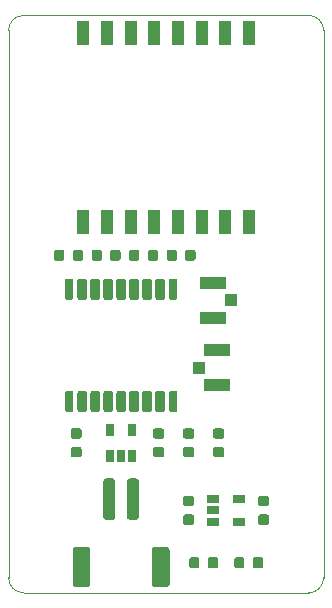
<source format=gbr>
%TF.GenerationSoftware,KiCad,Pcbnew,5.1.5+dfsg1-2~bpo10+1*%
%TF.CreationDate,2020-10-04T09:48:28+00:00*%
%TF.ProjectId,CO2,434f322e-6b69-4636-9164-5f7063625858,rev?*%
%TF.SameCoordinates,Original*%
%TF.FileFunction,Paste,Bot*%
%TF.FilePolarity,Positive*%
%FSLAX45Y45*%
G04 Gerber Fmt 4.5, Leading zero omitted, Abs format (unit mm)*
G04 Created by KiCad (PCBNEW 5.1.5+dfsg1-2~bpo10+1) date 2020-10-04 09:48:28*
%MOMM*%
%LPD*%
G04 APERTURE LIST*
%ADD10C,0.120000*%
%ADD11C,0.150000*%
%ADD12R,2.200000X1.050000*%
%ADD13R,1.050000X1.000000*%
%ADD14R,0.650000X1.060000*%
%ADD15R,1.060000X0.650000*%
%ADD16R,1.000000X2.000000*%
G04 APERTURE END LIST*
D10*
X-63500Y-4254500D02*
G75*
G02X-190500Y-4127500I0J127000D01*
G01*
X2476500Y-4127500D02*
G75*
G02X2349500Y-4254500I-127000J0D01*
G01*
X-190500Y507511D02*
G75*
G02X-63500Y634511I127000J0D01*
G01*
X2349500Y634511D02*
G75*
G02X2476500Y507511I0J-127000D01*
G01*
X2476500Y-4127500D02*
X2476500Y508000D01*
X-63500Y-4254500D02*
X2349500Y-4254500D01*
X-190500Y508000D02*
X-190500Y-4127500D01*
X2349500Y634511D02*
X-63500Y634511D01*
D11*
G36*
X408769Y-2862105D02*
G01*
X410893Y-2862420D01*
X412975Y-2862942D01*
X414996Y-2863665D01*
X416937Y-2864583D01*
X418778Y-2865687D01*
X420502Y-2866965D01*
X422093Y-2868407D01*
X423535Y-2869998D01*
X424813Y-2871722D01*
X425917Y-2873563D01*
X426835Y-2875504D01*
X427558Y-2877525D01*
X428080Y-2879607D01*
X428395Y-2881731D01*
X428500Y-2883875D01*
X428500Y-2927625D01*
X428395Y-2929769D01*
X428080Y-2931893D01*
X427558Y-2933975D01*
X426835Y-2935996D01*
X425917Y-2937937D01*
X424813Y-2939778D01*
X423535Y-2941502D01*
X422093Y-2943093D01*
X420502Y-2944535D01*
X418778Y-2945813D01*
X416937Y-2946917D01*
X414996Y-2947835D01*
X412975Y-2948558D01*
X410893Y-2949080D01*
X408769Y-2949395D01*
X406625Y-2949500D01*
X355375Y-2949500D01*
X353231Y-2949395D01*
X351107Y-2949080D01*
X349025Y-2948558D01*
X347004Y-2947835D01*
X345063Y-2946917D01*
X343222Y-2945813D01*
X341498Y-2944535D01*
X339907Y-2943093D01*
X338465Y-2941502D01*
X337187Y-2939778D01*
X336083Y-2937937D01*
X335165Y-2935996D01*
X334442Y-2933975D01*
X333920Y-2931893D01*
X333605Y-2929769D01*
X333500Y-2927625D01*
X333500Y-2883875D01*
X333605Y-2881731D01*
X333920Y-2879607D01*
X334442Y-2877525D01*
X335165Y-2875504D01*
X336083Y-2873563D01*
X337187Y-2871722D01*
X338465Y-2869998D01*
X339907Y-2868407D01*
X341498Y-2866965D01*
X343222Y-2865687D01*
X345063Y-2864583D01*
X347004Y-2863665D01*
X349025Y-2862942D01*
X351107Y-2862420D01*
X353231Y-2862105D01*
X355375Y-2862000D01*
X406625Y-2862000D01*
X408769Y-2862105D01*
G37*
G36*
X408769Y-3019605D02*
G01*
X410893Y-3019920D01*
X412975Y-3020442D01*
X414996Y-3021165D01*
X416937Y-3022083D01*
X418778Y-3023187D01*
X420502Y-3024465D01*
X422093Y-3025907D01*
X423535Y-3027498D01*
X424813Y-3029222D01*
X425917Y-3031063D01*
X426835Y-3033004D01*
X427558Y-3035025D01*
X428080Y-3037107D01*
X428395Y-3039231D01*
X428500Y-3041375D01*
X428500Y-3085125D01*
X428395Y-3087269D01*
X428080Y-3089393D01*
X427558Y-3091475D01*
X426835Y-3093496D01*
X425917Y-3095437D01*
X424813Y-3097278D01*
X423535Y-3099002D01*
X422093Y-3100593D01*
X420502Y-3102035D01*
X418778Y-3103313D01*
X416937Y-3104417D01*
X414996Y-3105335D01*
X412975Y-3106058D01*
X410893Y-3106580D01*
X408769Y-3106895D01*
X406625Y-3107000D01*
X355375Y-3107000D01*
X353231Y-3106895D01*
X351107Y-3106580D01*
X349025Y-3106058D01*
X347004Y-3105335D01*
X345063Y-3104417D01*
X343222Y-3103313D01*
X341498Y-3102035D01*
X339907Y-3100593D01*
X338465Y-3099002D01*
X337187Y-3097278D01*
X336083Y-3095437D01*
X335165Y-3093496D01*
X334442Y-3091475D01*
X333920Y-3089393D01*
X333605Y-3087269D01*
X333500Y-3085125D01*
X333500Y-3041375D01*
X333605Y-3039231D01*
X333920Y-3037107D01*
X334442Y-3035025D01*
X335165Y-3033004D01*
X336083Y-3031063D01*
X337187Y-3029222D01*
X338465Y-3027498D01*
X339907Y-3025907D01*
X341498Y-3024465D01*
X343222Y-3023187D01*
X345063Y-3022083D01*
X347004Y-3021165D01*
X349025Y-3020442D01*
X351107Y-3019920D01*
X353231Y-3019605D01*
X355375Y-3019500D01*
X406625Y-3019500D01*
X408769Y-3019605D01*
G37*
G36*
X580269Y-1349605D02*
G01*
X582393Y-1349920D01*
X584475Y-1350442D01*
X586496Y-1351165D01*
X588437Y-1352083D01*
X590278Y-1353187D01*
X592002Y-1354465D01*
X593593Y-1355907D01*
X595035Y-1357498D01*
X596313Y-1359222D01*
X597417Y-1361063D01*
X598335Y-1363004D01*
X599058Y-1365025D01*
X599580Y-1367107D01*
X599895Y-1369231D01*
X600000Y-1371375D01*
X600000Y-1422625D01*
X599895Y-1424769D01*
X599580Y-1426893D01*
X599058Y-1428975D01*
X598335Y-1430996D01*
X597417Y-1432937D01*
X596313Y-1434778D01*
X595035Y-1436502D01*
X593593Y-1438093D01*
X592002Y-1439535D01*
X590278Y-1440813D01*
X588437Y-1441917D01*
X586496Y-1442835D01*
X584475Y-1443558D01*
X582393Y-1444080D01*
X580269Y-1444395D01*
X578125Y-1444500D01*
X534375Y-1444500D01*
X532231Y-1444395D01*
X530107Y-1444080D01*
X528025Y-1443558D01*
X526004Y-1442835D01*
X524063Y-1441917D01*
X522222Y-1440813D01*
X520498Y-1439535D01*
X518907Y-1438093D01*
X517465Y-1436502D01*
X516187Y-1434778D01*
X515083Y-1432937D01*
X514165Y-1430996D01*
X513442Y-1428975D01*
X512920Y-1426893D01*
X512605Y-1424769D01*
X512500Y-1422625D01*
X512500Y-1371375D01*
X512605Y-1369231D01*
X512920Y-1367107D01*
X513442Y-1365025D01*
X514165Y-1363004D01*
X515083Y-1361063D01*
X516187Y-1359222D01*
X517465Y-1357498D01*
X518907Y-1355907D01*
X520498Y-1354465D01*
X522222Y-1353187D01*
X524063Y-1352083D01*
X526004Y-1351165D01*
X528025Y-1350442D01*
X530107Y-1349920D01*
X532231Y-1349605D01*
X534375Y-1349500D01*
X578125Y-1349500D01*
X580269Y-1349605D01*
G37*
G36*
X737769Y-1349605D02*
G01*
X739893Y-1349920D01*
X741975Y-1350442D01*
X743996Y-1351165D01*
X745937Y-1352083D01*
X747778Y-1353187D01*
X749502Y-1354465D01*
X751093Y-1355907D01*
X752535Y-1357498D01*
X753813Y-1359222D01*
X754917Y-1361063D01*
X755835Y-1363004D01*
X756558Y-1365025D01*
X757080Y-1367107D01*
X757395Y-1369231D01*
X757500Y-1371375D01*
X757500Y-1422625D01*
X757395Y-1424769D01*
X757080Y-1426893D01*
X756558Y-1428975D01*
X755835Y-1430996D01*
X754917Y-1432937D01*
X753813Y-1434778D01*
X752535Y-1436502D01*
X751093Y-1438093D01*
X749502Y-1439535D01*
X747778Y-1440813D01*
X745937Y-1441917D01*
X743996Y-1442835D01*
X741975Y-1443558D01*
X739893Y-1444080D01*
X737769Y-1444395D01*
X735625Y-1444500D01*
X691875Y-1444500D01*
X689731Y-1444395D01*
X687607Y-1444080D01*
X685525Y-1443558D01*
X683504Y-1442835D01*
X681563Y-1441917D01*
X679722Y-1440813D01*
X677998Y-1439535D01*
X676407Y-1438093D01*
X674965Y-1436502D01*
X673687Y-1434778D01*
X672583Y-1432937D01*
X671665Y-1430996D01*
X670942Y-1428975D01*
X670420Y-1426893D01*
X670105Y-1424769D01*
X670000Y-1422625D01*
X670000Y-1371375D01*
X670105Y-1369231D01*
X670420Y-1367107D01*
X670942Y-1365025D01*
X671665Y-1363004D01*
X672583Y-1361063D01*
X673687Y-1359222D01*
X674965Y-1357498D01*
X676407Y-1355907D01*
X677998Y-1354465D01*
X679722Y-1353187D01*
X681563Y-1352083D01*
X683504Y-1351165D01*
X685525Y-1350442D01*
X687607Y-1349920D01*
X689731Y-1349605D01*
X691875Y-1349500D01*
X735625Y-1349500D01*
X737769Y-1349605D01*
G37*
G36*
X1996269Y-3433605D02*
G01*
X1998393Y-3433920D01*
X2000475Y-3434442D01*
X2002496Y-3435165D01*
X2004437Y-3436083D01*
X2006278Y-3437187D01*
X2008002Y-3438465D01*
X2009593Y-3439907D01*
X2011035Y-3441498D01*
X2012313Y-3443222D01*
X2013417Y-3445063D01*
X2014335Y-3447004D01*
X2015058Y-3449025D01*
X2015580Y-3451107D01*
X2015895Y-3453231D01*
X2016000Y-3455375D01*
X2016000Y-3499125D01*
X2015895Y-3501269D01*
X2015580Y-3503393D01*
X2015058Y-3505475D01*
X2014335Y-3507496D01*
X2013417Y-3509437D01*
X2012313Y-3511278D01*
X2011035Y-3513002D01*
X2009593Y-3514593D01*
X2008002Y-3516035D01*
X2006278Y-3517313D01*
X2004437Y-3518417D01*
X2002496Y-3519335D01*
X2000475Y-3520058D01*
X1998393Y-3520580D01*
X1996269Y-3520895D01*
X1994125Y-3521000D01*
X1942875Y-3521000D01*
X1940731Y-3520895D01*
X1938607Y-3520580D01*
X1936525Y-3520058D01*
X1934504Y-3519335D01*
X1932563Y-3518417D01*
X1930722Y-3517313D01*
X1928998Y-3516035D01*
X1927407Y-3514593D01*
X1925965Y-3513002D01*
X1924687Y-3511278D01*
X1923583Y-3509437D01*
X1922665Y-3507496D01*
X1921942Y-3505475D01*
X1921420Y-3503393D01*
X1921105Y-3501269D01*
X1921000Y-3499125D01*
X1921000Y-3455375D01*
X1921105Y-3453231D01*
X1921420Y-3451107D01*
X1921942Y-3449025D01*
X1922665Y-3447004D01*
X1923583Y-3445063D01*
X1924687Y-3443222D01*
X1925965Y-3441498D01*
X1927407Y-3439907D01*
X1928998Y-3438465D01*
X1930722Y-3437187D01*
X1932563Y-3436083D01*
X1934504Y-3435165D01*
X1936525Y-3434442D01*
X1938607Y-3433920D01*
X1940731Y-3433605D01*
X1942875Y-3433500D01*
X1994125Y-3433500D01*
X1996269Y-3433605D01*
G37*
G36*
X1996269Y-3591105D02*
G01*
X1998393Y-3591420D01*
X2000475Y-3591942D01*
X2002496Y-3592665D01*
X2004437Y-3593583D01*
X2006278Y-3594687D01*
X2008002Y-3595965D01*
X2009593Y-3597407D01*
X2011035Y-3598998D01*
X2012313Y-3600722D01*
X2013417Y-3602563D01*
X2014335Y-3604504D01*
X2015058Y-3606525D01*
X2015580Y-3608607D01*
X2015895Y-3610731D01*
X2016000Y-3612875D01*
X2016000Y-3656625D01*
X2015895Y-3658769D01*
X2015580Y-3660893D01*
X2015058Y-3662975D01*
X2014335Y-3664996D01*
X2013417Y-3666937D01*
X2012313Y-3668778D01*
X2011035Y-3670502D01*
X2009593Y-3672093D01*
X2008002Y-3673535D01*
X2006278Y-3674813D01*
X2004437Y-3675917D01*
X2002496Y-3676835D01*
X2000475Y-3677558D01*
X1998393Y-3678080D01*
X1996269Y-3678395D01*
X1994125Y-3678500D01*
X1942875Y-3678500D01*
X1940731Y-3678395D01*
X1938607Y-3678080D01*
X1936525Y-3677558D01*
X1934504Y-3676835D01*
X1932563Y-3675917D01*
X1930722Y-3674813D01*
X1928998Y-3673535D01*
X1927407Y-3672093D01*
X1925965Y-3670502D01*
X1924687Y-3668778D01*
X1923583Y-3666937D01*
X1922665Y-3664996D01*
X1921942Y-3662975D01*
X1921420Y-3660893D01*
X1921105Y-3658769D01*
X1921000Y-3656625D01*
X1921000Y-3612875D01*
X1921105Y-3610731D01*
X1921420Y-3608607D01*
X1921942Y-3606525D01*
X1922665Y-3604504D01*
X1923583Y-3602563D01*
X1924687Y-3600722D01*
X1925965Y-3598998D01*
X1927407Y-3597407D01*
X1928998Y-3595965D01*
X1930722Y-3594687D01*
X1932563Y-3593583D01*
X1934504Y-3592665D01*
X1936525Y-3591942D01*
X1938607Y-3591420D01*
X1940731Y-3591105D01*
X1942875Y-3591000D01*
X1994125Y-3591000D01*
X1996269Y-3591105D01*
G37*
G36*
X1615269Y-3019605D02*
G01*
X1617393Y-3019920D01*
X1619475Y-3020442D01*
X1621496Y-3021165D01*
X1623437Y-3022083D01*
X1625278Y-3023187D01*
X1627002Y-3024465D01*
X1628593Y-3025907D01*
X1630035Y-3027498D01*
X1631313Y-3029222D01*
X1632417Y-3031063D01*
X1633335Y-3033004D01*
X1634058Y-3035025D01*
X1634580Y-3037107D01*
X1634895Y-3039231D01*
X1635000Y-3041375D01*
X1635000Y-3085125D01*
X1634895Y-3087269D01*
X1634580Y-3089393D01*
X1634058Y-3091475D01*
X1633335Y-3093496D01*
X1632417Y-3095437D01*
X1631313Y-3097278D01*
X1630035Y-3099002D01*
X1628593Y-3100593D01*
X1627002Y-3102035D01*
X1625278Y-3103313D01*
X1623437Y-3104417D01*
X1621496Y-3105335D01*
X1619475Y-3106058D01*
X1617393Y-3106580D01*
X1615269Y-3106895D01*
X1613125Y-3107000D01*
X1561875Y-3107000D01*
X1559731Y-3106895D01*
X1557607Y-3106580D01*
X1555525Y-3106058D01*
X1553504Y-3105335D01*
X1551563Y-3104417D01*
X1549722Y-3103313D01*
X1547998Y-3102035D01*
X1546407Y-3100593D01*
X1544965Y-3099002D01*
X1543687Y-3097278D01*
X1542583Y-3095437D01*
X1541665Y-3093496D01*
X1540942Y-3091475D01*
X1540420Y-3089393D01*
X1540105Y-3087269D01*
X1540000Y-3085125D01*
X1540000Y-3041375D01*
X1540105Y-3039231D01*
X1540420Y-3037107D01*
X1540942Y-3035025D01*
X1541665Y-3033004D01*
X1542583Y-3031063D01*
X1543687Y-3029222D01*
X1544965Y-3027498D01*
X1546407Y-3025907D01*
X1547998Y-3024465D01*
X1549722Y-3023187D01*
X1551563Y-3022083D01*
X1553504Y-3021165D01*
X1555525Y-3020442D01*
X1557607Y-3019920D01*
X1559731Y-3019605D01*
X1561875Y-3019500D01*
X1613125Y-3019500D01*
X1615269Y-3019605D01*
G37*
G36*
X1615269Y-2862105D02*
G01*
X1617393Y-2862420D01*
X1619475Y-2862942D01*
X1621496Y-2863665D01*
X1623437Y-2864583D01*
X1625278Y-2865687D01*
X1627002Y-2866965D01*
X1628593Y-2868407D01*
X1630035Y-2869998D01*
X1631313Y-2871722D01*
X1632417Y-2873563D01*
X1633335Y-2875504D01*
X1634058Y-2877525D01*
X1634580Y-2879607D01*
X1634895Y-2881731D01*
X1635000Y-2883875D01*
X1635000Y-2927625D01*
X1634895Y-2929769D01*
X1634580Y-2931893D01*
X1634058Y-2933975D01*
X1633335Y-2935996D01*
X1632417Y-2937937D01*
X1631313Y-2939778D01*
X1630035Y-2941502D01*
X1628593Y-2943093D01*
X1627002Y-2944535D01*
X1625278Y-2945813D01*
X1623437Y-2946917D01*
X1621496Y-2947835D01*
X1619475Y-2948558D01*
X1617393Y-2949080D01*
X1615269Y-2949395D01*
X1613125Y-2949500D01*
X1561875Y-2949500D01*
X1559731Y-2949395D01*
X1557607Y-2949080D01*
X1555525Y-2948558D01*
X1553504Y-2947835D01*
X1551563Y-2946917D01*
X1549722Y-2945813D01*
X1547998Y-2944535D01*
X1546407Y-2943093D01*
X1544965Y-2941502D01*
X1543687Y-2939778D01*
X1542583Y-2937937D01*
X1541665Y-2935996D01*
X1540942Y-2933975D01*
X1540420Y-2931893D01*
X1540105Y-2929769D01*
X1540000Y-2927625D01*
X1540000Y-2883875D01*
X1540105Y-2881731D01*
X1540420Y-2879607D01*
X1540942Y-2877525D01*
X1541665Y-2875504D01*
X1542583Y-2873563D01*
X1543687Y-2871722D01*
X1544965Y-2869998D01*
X1546407Y-2868407D01*
X1547998Y-2866965D01*
X1549722Y-2865687D01*
X1551563Y-2864583D01*
X1553504Y-2863665D01*
X1555525Y-2862942D01*
X1557607Y-2862420D01*
X1559731Y-2862105D01*
X1561875Y-2862000D01*
X1613125Y-2862000D01*
X1615269Y-2862105D01*
G37*
G36*
X1361269Y-2862105D02*
G01*
X1363393Y-2862420D01*
X1365475Y-2862942D01*
X1367496Y-2863665D01*
X1369437Y-2864583D01*
X1371278Y-2865687D01*
X1373002Y-2866965D01*
X1374593Y-2868407D01*
X1376035Y-2869998D01*
X1377313Y-2871722D01*
X1378417Y-2873563D01*
X1379335Y-2875504D01*
X1380058Y-2877525D01*
X1380580Y-2879607D01*
X1380895Y-2881731D01*
X1381000Y-2883875D01*
X1381000Y-2927625D01*
X1380895Y-2929769D01*
X1380580Y-2931893D01*
X1380058Y-2933975D01*
X1379335Y-2935996D01*
X1378417Y-2937937D01*
X1377313Y-2939778D01*
X1376035Y-2941502D01*
X1374593Y-2943093D01*
X1373002Y-2944535D01*
X1371278Y-2945813D01*
X1369437Y-2946917D01*
X1367496Y-2947835D01*
X1365475Y-2948558D01*
X1363393Y-2949080D01*
X1361269Y-2949395D01*
X1359125Y-2949500D01*
X1307875Y-2949500D01*
X1305731Y-2949395D01*
X1303607Y-2949080D01*
X1301525Y-2948558D01*
X1299504Y-2947835D01*
X1297563Y-2946917D01*
X1295722Y-2945813D01*
X1293998Y-2944535D01*
X1292407Y-2943093D01*
X1290965Y-2941502D01*
X1289687Y-2939778D01*
X1288583Y-2937937D01*
X1287665Y-2935996D01*
X1286942Y-2933975D01*
X1286420Y-2931893D01*
X1286105Y-2929769D01*
X1286000Y-2927625D01*
X1286000Y-2883875D01*
X1286105Y-2881731D01*
X1286420Y-2879607D01*
X1286942Y-2877525D01*
X1287665Y-2875504D01*
X1288583Y-2873563D01*
X1289687Y-2871722D01*
X1290965Y-2869998D01*
X1292407Y-2868407D01*
X1293998Y-2866965D01*
X1295722Y-2865687D01*
X1297563Y-2864583D01*
X1299504Y-2863665D01*
X1301525Y-2862942D01*
X1303607Y-2862420D01*
X1305731Y-2862105D01*
X1307875Y-2862000D01*
X1359125Y-2862000D01*
X1361269Y-2862105D01*
G37*
G36*
X1361269Y-3019605D02*
G01*
X1363393Y-3019920D01*
X1365475Y-3020442D01*
X1367496Y-3021165D01*
X1369437Y-3022083D01*
X1371278Y-3023187D01*
X1373002Y-3024465D01*
X1374593Y-3025907D01*
X1376035Y-3027498D01*
X1377313Y-3029222D01*
X1378417Y-3031063D01*
X1379335Y-3033004D01*
X1380058Y-3035025D01*
X1380580Y-3037107D01*
X1380895Y-3039231D01*
X1381000Y-3041375D01*
X1381000Y-3085125D01*
X1380895Y-3087269D01*
X1380580Y-3089393D01*
X1380058Y-3091475D01*
X1379335Y-3093496D01*
X1378417Y-3095437D01*
X1377313Y-3097278D01*
X1376035Y-3099002D01*
X1374593Y-3100593D01*
X1373002Y-3102035D01*
X1371278Y-3103313D01*
X1369437Y-3104417D01*
X1367496Y-3105335D01*
X1365475Y-3106058D01*
X1363393Y-3106580D01*
X1361269Y-3106895D01*
X1359125Y-3107000D01*
X1307875Y-3107000D01*
X1305731Y-3106895D01*
X1303607Y-3106580D01*
X1301525Y-3106058D01*
X1299504Y-3105335D01*
X1297563Y-3104417D01*
X1295722Y-3103313D01*
X1293998Y-3102035D01*
X1292407Y-3100593D01*
X1290965Y-3099002D01*
X1289687Y-3097278D01*
X1288583Y-3095437D01*
X1287665Y-3093496D01*
X1286942Y-3091475D01*
X1286420Y-3089393D01*
X1286105Y-3087269D01*
X1286000Y-3085125D01*
X1286000Y-3041375D01*
X1286105Y-3039231D01*
X1286420Y-3037107D01*
X1286942Y-3035025D01*
X1287665Y-3033004D01*
X1288583Y-3031063D01*
X1289687Y-3029222D01*
X1290965Y-3027498D01*
X1292407Y-3025907D01*
X1293998Y-3024465D01*
X1295722Y-3023187D01*
X1297563Y-3022083D01*
X1299504Y-3021165D01*
X1301525Y-3020442D01*
X1303607Y-3019920D01*
X1305731Y-3019605D01*
X1307875Y-3019500D01*
X1359125Y-3019500D01*
X1361269Y-3019605D01*
G37*
G36*
X1405769Y-3953105D02*
G01*
X1407893Y-3953420D01*
X1409975Y-3953942D01*
X1411996Y-3954665D01*
X1413937Y-3955583D01*
X1415778Y-3956687D01*
X1417502Y-3957965D01*
X1419093Y-3959407D01*
X1420535Y-3960998D01*
X1421813Y-3962722D01*
X1422917Y-3964563D01*
X1423835Y-3966504D01*
X1424558Y-3968525D01*
X1425080Y-3970607D01*
X1425395Y-3972731D01*
X1425500Y-3974875D01*
X1425500Y-4026125D01*
X1425395Y-4028269D01*
X1425080Y-4030393D01*
X1424558Y-4032475D01*
X1423835Y-4034496D01*
X1422917Y-4036437D01*
X1421813Y-4038278D01*
X1420535Y-4040002D01*
X1419093Y-4041593D01*
X1417502Y-4043035D01*
X1415778Y-4044313D01*
X1413937Y-4045417D01*
X1411996Y-4046335D01*
X1409975Y-4047058D01*
X1407893Y-4047580D01*
X1405769Y-4047895D01*
X1403625Y-4048000D01*
X1359875Y-4048000D01*
X1357731Y-4047895D01*
X1355607Y-4047580D01*
X1353525Y-4047058D01*
X1351504Y-4046335D01*
X1349563Y-4045417D01*
X1347722Y-4044313D01*
X1345998Y-4043035D01*
X1344407Y-4041593D01*
X1342965Y-4040002D01*
X1341687Y-4038278D01*
X1340583Y-4036437D01*
X1339665Y-4034496D01*
X1338942Y-4032475D01*
X1338420Y-4030393D01*
X1338105Y-4028269D01*
X1338000Y-4026125D01*
X1338000Y-3974875D01*
X1338105Y-3972731D01*
X1338420Y-3970607D01*
X1338942Y-3968525D01*
X1339665Y-3966504D01*
X1340583Y-3964563D01*
X1341687Y-3962722D01*
X1342965Y-3960998D01*
X1344407Y-3959407D01*
X1345998Y-3957965D01*
X1347722Y-3956687D01*
X1349563Y-3955583D01*
X1351504Y-3954665D01*
X1353525Y-3953942D01*
X1355607Y-3953420D01*
X1357731Y-3953105D01*
X1359875Y-3953000D01*
X1403625Y-3953000D01*
X1405769Y-3953105D01*
G37*
G36*
X1563269Y-3953105D02*
G01*
X1565393Y-3953420D01*
X1567475Y-3953942D01*
X1569496Y-3954665D01*
X1571437Y-3955583D01*
X1573278Y-3956687D01*
X1575002Y-3957965D01*
X1576593Y-3959407D01*
X1578035Y-3960998D01*
X1579313Y-3962722D01*
X1580417Y-3964563D01*
X1581335Y-3966504D01*
X1582058Y-3968525D01*
X1582580Y-3970607D01*
X1582895Y-3972731D01*
X1583000Y-3974875D01*
X1583000Y-4026125D01*
X1582895Y-4028269D01*
X1582580Y-4030393D01*
X1582058Y-4032475D01*
X1581335Y-4034496D01*
X1580417Y-4036437D01*
X1579313Y-4038278D01*
X1578035Y-4040002D01*
X1576593Y-4041593D01*
X1575002Y-4043035D01*
X1573278Y-4044313D01*
X1571437Y-4045417D01*
X1569496Y-4046335D01*
X1567475Y-4047058D01*
X1565393Y-4047580D01*
X1563269Y-4047895D01*
X1561125Y-4048000D01*
X1517375Y-4048000D01*
X1515231Y-4047895D01*
X1513107Y-4047580D01*
X1511025Y-4047058D01*
X1509004Y-4046335D01*
X1507063Y-4045417D01*
X1505222Y-4044313D01*
X1503498Y-4043035D01*
X1501907Y-4041593D01*
X1500465Y-4040002D01*
X1499187Y-4038278D01*
X1498083Y-4036437D01*
X1497165Y-4034496D01*
X1496442Y-4032475D01*
X1495920Y-4030393D01*
X1495605Y-4028269D01*
X1495500Y-4026125D01*
X1495500Y-3974875D01*
X1495605Y-3972731D01*
X1495920Y-3970607D01*
X1496442Y-3968525D01*
X1497165Y-3966504D01*
X1498083Y-3964563D01*
X1499187Y-3962722D01*
X1500465Y-3960998D01*
X1501907Y-3959407D01*
X1503498Y-3957965D01*
X1505222Y-3956687D01*
X1507063Y-3955583D01*
X1509004Y-3954665D01*
X1511025Y-3953942D01*
X1513107Y-3953420D01*
X1515231Y-3953105D01*
X1517375Y-3953000D01*
X1561125Y-3953000D01*
X1563269Y-3953105D01*
G37*
G36*
X420269Y-1349605D02*
G01*
X422393Y-1349920D01*
X424475Y-1350442D01*
X426496Y-1351165D01*
X428437Y-1352083D01*
X430278Y-1353187D01*
X432002Y-1354465D01*
X433593Y-1355907D01*
X435035Y-1357498D01*
X436313Y-1359222D01*
X437417Y-1361063D01*
X438335Y-1363004D01*
X439058Y-1365025D01*
X439580Y-1367107D01*
X439895Y-1369231D01*
X440000Y-1371375D01*
X440000Y-1422625D01*
X439895Y-1424769D01*
X439580Y-1426893D01*
X439058Y-1428975D01*
X438335Y-1430996D01*
X437417Y-1432937D01*
X436313Y-1434778D01*
X435035Y-1436502D01*
X433593Y-1438093D01*
X432002Y-1439535D01*
X430278Y-1440813D01*
X428437Y-1441917D01*
X426496Y-1442835D01*
X424475Y-1443558D01*
X422393Y-1444080D01*
X420269Y-1444395D01*
X418125Y-1444500D01*
X374375Y-1444500D01*
X372231Y-1444395D01*
X370107Y-1444080D01*
X368025Y-1443558D01*
X366004Y-1442835D01*
X364063Y-1441917D01*
X362222Y-1440813D01*
X360498Y-1439535D01*
X358907Y-1438093D01*
X357465Y-1436502D01*
X356187Y-1434778D01*
X355083Y-1432937D01*
X354165Y-1430996D01*
X353442Y-1428975D01*
X352920Y-1426893D01*
X352605Y-1424769D01*
X352500Y-1422625D01*
X352500Y-1371375D01*
X352605Y-1369231D01*
X352920Y-1367107D01*
X353442Y-1365025D01*
X354165Y-1363004D01*
X355083Y-1361063D01*
X356187Y-1359222D01*
X357465Y-1357498D01*
X358907Y-1355907D01*
X360498Y-1354465D01*
X362222Y-1353187D01*
X364063Y-1352083D01*
X366004Y-1351165D01*
X368025Y-1350442D01*
X370107Y-1349920D01*
X372231Y-1349605D01*
X374375Y-1349500D01*
X418125Y-1349500D01*
X420269Y-1349605D01*
G37*
G36*
X262769Y-1349605D02*
G01*
X264893Y-1349920D01*
X266975Y-1350442D01*
X268996Y-1351165D01*
X270937Y-1352083D01*
X272778Y-1353187D01*
X274502Y-1354465D01*
X276093Y-1355907D01*
X277535Y-1357498D01*
X278813Y-1359222D01*
X279917Y-1361063D01*
X280835Y-1363004D01*
X281558Y-1365025D01*
X282080Y-1367107D01*
X282395Y-1369231D01*
X282500Y-1371375D01*
X282500Y-1422625D01*
X282395Y-1424769D01*
X282080Y-1426893D01*
X281558Y-1428975D01*
X280835Y-1430996D01*
X279917Y-1432937D01*
X278813Y-1434778D01*
X277535Y-1436502D01*
X276093Y-1438093D01*
X274502Y-1439535D01*
X272778Y-1440813D01*
X270937Y-1441917D01*
X268996Y-1442835D01*
X266975Y-1443558D01*
X264893Y-1444080D01*
X262769Y-1444395D01*
X260625Y-1444500D01*
X216875Y-1444500D01*
X214731Y-1444395D01*
X212607Y-1444080D01*
X210525Y-1443558D01*
X208504Y-1442835D01*
X206563Y-1441917D01*
X204722Y-1440813D01*
X202998Y-1439535D01*
X201407Y-1438093D01*
X199965Y-1436502D01*
X198687Y-1434778D01*
X197583Y-1432937D01*
X196665Y-1430996D01*
X195942Y-1428975D01*
X195420Y-1426893D01*
X195105Y-1424769D01*
X195000Y-1422625D01*
X195000Y-1371375D01*
X195105Y-1369231D01*
X195420Y-1367107D01*
X195942Y-1365025D01*
X196665Y-1363004D01*
X197583Y-1361063D01*
X198687Y-1359222D01*
X199965Y-1357498D01*
X201407Y-1355907D01*
X202998Y-1354465D01*
X204722Y-1353187D01*
X206563Y-1352083D01*
X208504Y-1351165D01*
X210525Y-1350442D01*
X212607Y-1349920D01*
X214731Y-1349605D01*
X216875Y-1349500D01*
X260625Y-1349500D01*
X262769Y-1349605D01*
G37*
G36*
X1944269Y-3953105D02*
G01*
X1946393Y-3953420D01*
X1948475Y-3953942D01*
X1950496Y-3954665D01*
X1952437Y-3955583D01*
X1954278Y-3956687D01*
X1956002Y-3957965D01*
X1957593Y-3959407D01*
X1959035Y-3960998D01*
X1960313Y-3962722D01*
X1961417Y-3964563D01*
X1962335Y-3966504D01*
X1963058Y-3968525D01*
X1963580Y-3970607D01*
X1963895Y-3972731D01*
X1964000Y-3974875D01*
X1964000Y-4026125D01*
X1963895Y-4028269D01*
X1963580Y-4030393D01*
X1963058Y-4032475D01*
X1962335Y-4034496D01*
X1961417Y-4036437D01*
X1960313Y-4038278D01*
X1959035Y-4040002D01*
X1957593Y-4041593D01*
X1956002Y-4043035D01*
X1954278Y-4044313D01*
X1952437Y-4045417D01*
X1950496Y-4046335D01*
X1948475Y-4047058D01*
X1946393Y-4047580D01*
X1944269Y-4047895D01*
X1942125Y-4048000D01*
X1898375Y-4048000D01*
X1896231Y-4047895D01*
X1894107Y-4047580D01*
X1892025Y-4047058D01*
X1890004Y-4046335D01*
X1888063Y-4045417D01*
X1886222Y-4044313D01*
X1884498Y-4043035D01*
X1882907Y-4041593D01*
X1881465Y-4040002D01*
X1880187Y-4038278D01*
X1879083Y-4036437D01*
X1878165Y-4034496D01*
X1877442Y-4032475D01*
X1876920Y-4030393D01*
X1876605Y-4028269D01*
X1876500Y-4026125D01*
X1876500Y-3974875D01*
X1876605Y-3972731D01*
X1876920Y-3970607D01*
X1877442Y-3968525D01*
X1878165Y-3966504D01*
X1879083Y-3964563D01*
X1880187Y-3962722D01*
X1881465Y-3960998D01*
X1882907Y-3959407D01*
X1884498Y-3957965D01*
X1886222Y-3956687D01*
X1888063Y-3955583D01*
X1890004Y-3954665D01*
X1892025Y-3953942D01*
X1894107Y-3953420D01*
X1896231Y-3953105D01*
X1898375Y-3953000D01*
X1942125Y-3953000D01*
X1944269Y-3953105D01*
G37*
G36*
X1786769Y-3953105D02*
G01*
X1788893Y-3953420D01*
X1790975Y-3953942D01*
X1792996Y-3954665D01*
X1794937Y-3955583D01*
X1796778Y-3956687D01*
X1798502Y-3957965D01*
X1800093Y-3959407D01*
X1801535Y-3960998D01*
X1802813Y-3962722D01*
X1803917Y-3964563D01*
X1804835Y-3966504D01*
X1805558Y-3968525D01*
X1806080Y-3970607D01*
X1806395Y-3972731D01*
X1806500Y-3974875D01*
X1806500Y-4026125D01*
X1806395Y-4028269D01*
X1806080Y-4030393D01*
X1805558Y-4032475D01*
X1804835Y-4034496D01*
X1803917Y-4036437D01*
X1802813Y-4038278D01*
X1801535Y-4040002D01*
X1800093Y-4041593D01*
X1798502Y-4043035D01*
X1796778Y-4044313D01*
X1794937Y-4045417D01*
X1792996Y-4046335D01*
X1790975Y-4047058D01*
X1788893Y-4047580D01*
X1786769Y-4047895D01*
X1784625Y-4048000D01*
X1740875Y-4048000D01*
X1738731Y-4047895D01*
X1736607Y-4047580D01*
X1734525Y-4047058D01*
X1732504Y-4046335D01*
X1730563Y-4045417D01*
X1728722Y-4044313D01*
X1726998Y-4043035D01*
X1725407Y-4041593D01*
X1723965Y-4040002D01*
X1722687Y-4038278D01*
X1721583Y-4036437D01*
X1720665Y-4034496D01*
X1719942Y-4032475D01*
X1719420Y-4030393D01*
X1719105Y-4028269D01*
X1719000Y-4026125D01*
X1719000Y-3974875D01*
X1719105Y-3972731D01*
X1719420Y-3970607D01*
X1719942Y-3968525D01*
X1720665Y-3966504D01*
X1721583Y-3964563D01*
X1722687Y-3962722D01*
X1723965Y-3960998D01*
X1725407Y-3959407D01*
X1726998Y-3957965D01*
X1728722Y-3956687D01*
X1730563Y-3955583D01*
X1732504Y-3954665D01*
X1734525Y-3953942D01*
X1736607Y-3953420D01*
X1738731Y-3953105D01*
X1740875Y-3953000D01*
X1784625Y-3953000D01*
X1786769Y-3953105D01*
G37*
G36*
X1215269Y-1349605D02*
G01*
X1217393Y-1349920D01*
X1219475Y-1350442D01*
X1221496Y-1351165D01*
X1223437Y-1352083D01*
X1225278Y-1353187D01*
X1227002Y-1354465D01*
X1228593Y-1355907D01*
X1230035Y-1357498D01*
X1231313Y-1359222D01*
X1232417Y-1361063D01*
X1233335Y-1363004D01*
X1234058Y-1365025D01*
X1234580Y-1367107D01*
X1234895Y-1369231D01*
X1235000Y-1371375D01*
X1235000Y-1422625D01*
X1234895Y-1424769D01*
X1234580Y-1426893D01*
X1234058Y-1428975D01*
X1233335Y-1430996D01*
X1232417Y-1432937D01*
X1231313Y-1434778D01*
X1230035Y-1436502D01*
X1228593Y-1438093D01*
X1227002Y-1439535D01*
X1225278Y-1440813D01*
X1223437Y-1441917D01*
X1221496Y-1442835D01*
X1219475Y-1443558D01*
X1217393Y-1444080D01*
X1215269Y-1444395D01*
X1213125Y-1444500D01*
X1169375Y-1444500D01*
X1167231Y-1444395D01*
X1165107Y-1444080D01*
X1163025Y-1443558D01*
X1161004Y-1442835D01*
X1159063Y-1441917D01*
X1157222Y-1440813D01*
X1155498Y-1439535D01*
X1153907Y-1438093D01*
X1152465Y-1436502D01*
X1151187Y-1434778D01*
X1150083Y-1432937D01*
X1149165Y-1430996D01*
X1148442Y-1428975D01*
X1147920Y-1426893D01*
X1147605Y-1424769D01*
X1147500Y-1422625D01*
X1147500Y-1371375D01*
X1147605Y-1369231D01*
X1147920Y-1367107D01*
X1148442Y-1365025D01*
X1149165Y-1363004D01*
X1150083Y-1361063D01*
X1151187Y-1359222D01*
X1152465Y-1357498D01*
X1153907Y-1355907D01*
X1155498Y-1354465D01*
X1157222Y-1353187D01*
X1159063Y-1352083D01*
X1161004Y-1351165D01*
X1163025Y-1350442D01*
X1165107Y-1349920D01*
X1167231Y-1349605D01*
X1169375Y-1349500D01*
X1213125Y-1349500D01*
X1215269Y-1349605D01*
G37*
G36*
X1372769Y-1349605D02*
G01*
X1374893Y-1349920D01*
X1376975Y-1350442D01*
X1378996Y-1351165D01*
X1380937Y-1352083D01*
X1382778Y-1353187D01*
X1384502Y-1354465D01*
X1386093Y-1355907D01*
X1387535Y-1357498D01*
X1388813Y-1359222D01*
X1389917Y-1361063D01*
X1390835Y-1363004D01*
X1391558Y-1365025D01*
X1392080Y-1367107D01*
X1392395Y-1369231D01*
X1392500Y-1371375D01*
X1392500Y-1422625D01*
X1392395Y-1424769D01*
X1392080Y-1426893D01*
X1391558Y-1428975D01*
X1390835Y-1430996D01*
X1389917Y-1432937D01*
X1388813Y-1434778D01*
X1387535Y-1436502D01*
X1386093Y-1438093D01*
X1384502Y-1439535D01*
X1382778Y-1440813D01*
X1380937Y-1441917D01*
X1378996Y-1442835D01*
X1376975Y-1443558D01*
X1374893Y-1444080D01*
X1372769Y-1444395D01*
X1370625Y-1444500D01*
X1326875Y-1444500D01*
X1324731Y-1444395D01*
X1322607Y-1444080D01*
X1320525Y-1443558D01*
X1318504Y-1442835D01*
X1316563Y-1441917D01*
X1314722Y-1440813D01*
X1312998Y-1439535D01*
X1311407Y-1438093D01*
X1309965Y-1436502D01*
X1308687Y-1434778D01*
X1307583Y-1432937D01*
X1306665Y-1430996D01*
X1305942Y-1428975D01*
X1305420Y-1426893D01*
X1305105Y-1424769D01*
X1305000Y-1422625D01*
X1305000Y-1371375D01*
X1305105Y-1369231D01*
X1305420Y-1367107D01*
X1305942Y-1365025D01*
X1306665Y-1363004D01*
X1307583Y-1361063D01*
X1308687Y-1359222D01*
X1309965Y-1357498D01*
X1311407Y-1355907D01*
X1312998Y-1354465D01*
X1314722Y-1353187D01*
X1316563Y-1352083D01*
X1318504Y-1351165D01*
X1320525Y-1350442D01*
X1322607Y-1349920D01*
X1324731Y-1349605D01*
X1326875Y-1349500D01*
X1370625Y-1349500D01*
X1372769Y-1349605D01*
G37*
G36*
X1055269Y-1349605D02*
G01*
X1057393Y-1349920D01*
X1059475Y-1350442D01*
X1061496Y-1351165D01*
X1063437Y-1352083D01*
X1065278Y-1353187D01*
X1067002Y-1354465D01*
X1068593Y-1355907D01*
X1070035Y-1357498D01*
X1071313Y-1359222D01*
X1072417Y-1361063D01*
X1073335Y-1363004D01*
X1074058Y-1365025D01*
X1074580Y-1367107D01*
X1074895Y-1369231D01*
X1075000Y-1371375D01*
X1075000Y-1422625D01*
X1074895Y-1424769D01*
X1074580Y-1426893D01*
X1074058Y-1428975D01*
X1073335Y-1430996D01*
X1072417Y-1432937D01*
X1071313Y-1434778D01*
X1070035Y-1436502D01*
X1068593Y-1438093D01*
X1067002Y-1439535D01*
X1065278Y-1440813D01*
X1063437Y-1441917D01*
X1061496Y-1442835D01*
X1059475Y-1443558D01*
X1057393Y-1444080D01*
X1055269Y-1444395D01*
X1053125Y-1444500D01*
X1009375Y-1444500D01*
X1007231Y-1444395D01*
X1005107Y-1444080D01*
X1003025Y-1443558D01*
X1001004Y-1442835D01*
X999063Y-1441917D01*
X997222Y-1440813D01*
X995498Y-1439535D01*
X993907Y-1438093D01*
X992465Y-1436502D01*
X991187Y-1434778D01*
X990083Y-1432937D01*
X989165Y-1430996D01*
X988442Y-1428975D01*
X987920Y-1426893D01*
X987605Y-1424769D01*
X987500Y-1422625D01*
X987500Y-1371375D01*
X987605Y-1369231D01*
X987920Y-1367107D01*
X988442Y-1365025D01*
X989165Y-1363004D01*
X990083Y-1361063D01*
X991187Y-1359222D01*
X992465Y-1357498D01*
X993907Y-1355907D01*
X995498Y-1354465D01*
X997222Y-1353187D01*
X999063Y-1352083D01*
X1001004Y-1351165D01*
X1003025Y-1350442D01*
X1005107Y-1349920D01*
X1007231Y-1349605D01*
X1009375Y-1349500D01*
X1053125Y-1349500D01*
X1055269Y-1349605D01*
G37*
G36*
X897769Y-1349605D02*
G01*
X899893Y-1349920D01*
X901975Y-1350442D01*
X903996Y-1351165D01*
X905937Y-1352083D01*
X907778Y-1353187D01*
X909502Y-1354465D01*
X911093Y-1355907D01*
X912535Y-1357498D01*
X913813Y-1359222D01*
X914917Y-1361063D01*
X915835Y-1363004D01*
X916558Y-1365025D01*
X917080Y-1367107D01*
X917395Y-1369231D01*
X917500Y-1371375D01*
X917500Y-1422625D01*
X917395Y-1424769D01*
X917080Y-1426893D01*
X916558Y-1428975D01*
X915835Y-1430996D01*
X914917Y-1432937D01*
X913813Y-1434778D01*
X912535Y-1436502D01*
X911093Y-1438093D01*
X909502Y-1439535D01*
X907778Y-1440813D01*
X905937Y-1441917D01*
X903996Y-1442835D01*
X901975Y-1443558D01*
X899893Y-1444080D01*
X897769Y-1444395D01*
X895625Y-1444500D01*
X851875Y-1444500D01*
X849731Y-1444395D01*
X847607Y-1444080D01*
X845525Y-1443558D01*
X843504Y-1442835D01*
X841563Y-1441917D01*
X839722Y-1440813D01*
X837998Y-1439535D01*
X836407Y-1438093D01*
X834965Y-1436502D01*
X833687Y-1434778D01*
X832583Y-1432937D01*
X831665Y-1430996D01*
X830942Y-1428975D01*
X830420Y-1426893D01*
X830105Y-1424769D01*
X830000Y-1422625D01*
X830000Y-1371375D01*
X830105Y-1369231D01*
X830420Y-1367107D01*
X830942Y-1365025D01*
X831665Y-1363004D01*
X832583Y-1361063D01*
X833687Y-1359222D01*
X834965Y-1357498D01*
X836407Y-1355907D01*
X837998Y-1354465D01*
X839722Y-1353187D01*
X841563Y-1352083D01*
X843504Y-1351165D01*
X845525Y-1350442D01*
X847607Y-1349920D01*
X849731Y-1349605D01*
X851875Y-1349500D01*
X895625Y-1349500D01*
X897769Y-1349605D01*
G37*
G36*
X1107269Y-3019605D02*
G01*
X1109393Y-3019920D01*
X1111475Y-3020442D01*
X1113496Y-3021165D01*
X1115437Y-3022083D01*
X1117278Y-3023187D01*
X1119002Y-3024465D01*
X1120593Y-3025907D01*
X1122035Y-3027498D01*
X1123313Y-3029222D01*
X1124417Y-3031063D01*
X1125335Y-3033004D01*
X1126058Y-3035025D01*
X1126580Y-3037107D01*
X1126895Y-3039231D01*
X1127000Y-3041375D01*
X1127000Y-3085125D01*
X1126895Y-3087269D01*
X1126580Y-3089393D01*
X1126058Y-3091475D01*
X1125335Y-3093496D01*
X1124417Y-3095437D01*
X1123313Y-3097278D01*
X1122035Y-3099002D01*
X1120593Y-3100593D01*
X1119002Y-3102035D01*
X1117278Y-3103313D01*
X1115437Y-3104417D01*
X1113496Y-3105335D01*
X1111475Y-3106058D01*
X1109393Y-3106580D01*
X1107269Y-3106895D01*
X1105125Y-3107000D01*
X1053875Y-3107000D01*
X1051731Y-3106895D01*
X1049607Y-3106580D01*
X1047525Y-3106058D01*
X1045504Y-3105335D01*
X1043563Y-3104417D01*
X1041722Y-3103313D01*
X1039998Y-3102035D01*
X1038407Y-3100593D01*
X1036965Y-3099002D01*
X1035687Y-3097278D01*
X1034583Y-3095437D01*
X1033665Y-3093496D01*
X1032942Y-3091475D01*
X1032420Y-3089393D01*
X1032105Y-3087269D01*
X1032000Y-3085125D01*
X1032000Y-3041375D01*
X1032105Y-3039231D01*
X1032420Y-3037107D01*
X1032942Y-3035025D01*
X1033665Y-3033004D01*
X1034583Y-3031063D01*
X1035687Y-3029222D01*
X1036965Y-3027498D01*
X1038407Y-3025907D01*
X1039998Y-3024465D01*
X1041722Y-3023187D01*
X1043563Y-3022083D01*
X1045504Y-3021165D01*
X1047525Y-3020442D01*
X1049607Y-3019920D01*
X1051731Y-3019605D01*
X1053875Y-3019500D01*
X1105125Y-3019500D01*
X1107269Y-3019605D01*
G37*
G36*
X1107269Y-2862105D02*
G01*
X1109393Y-2862420D01*
X1111475Y-2862942D01*
X1113496Y-2863665D01*
X1115437Y-2864583D01*
X1117278Y-2865687D01*
X1119002Y-2866965D01*
X1120593Y-2868407D01*
X1122035Y-2869998D01*
X1123313Y-2871722D01*
X1124417Y-2873563D01*
X1125335Y-2875504D01*
X1126058Y-2877525D01*
X1126580Y-2879607D01*
X1126895Y-2881731D01*
X1127000Y-2883875D01*
X1127000Y-2927625D01*
X1126895Y-2929769D01*
X1126580Y-2931893D01*
X1126058Y-2933975D01*
X1125335Y-2935996D01*
X1124417Y-2937937D01*
X1123313Y-2939778D01*
X1122035Y-2941502D01*
X1120593Y-2943093D01*
X1119002Y-2944535D01*
X1117278Y-2945813D01*
X1115437Y-2946917D01*
X1113496Y-2947835D01*
X1111475Y-2948558D01*
X1109393Y-2949080D01*
X1107269Y-2949395D01*
X1105125Y-2949500D01*
X1053875Y-2949500D01*
X1051731Y-2949395D01*
X1049607Y-2949080D01*
X1047525Y-2948558D01*
X1045504Y-2947835D01*
X1043563Y-2946917D01*
X1041722Y-2945813D01*
X1039998Y-2944535D01*
X1038407Y-2943093D01*
X1036965Y-2941502D01*
X1035687Y-2939778D01*
X1034583Y-2937937D01*
X1033665Y-2935996D01*
X1032942Y-2933975D01*
X1032420Y-2931893D01*
X1032105Y-2929769D01*
X1032000Y-2927625D01*
X1032000Y-2883875D01*
X1032105Y-2881731D01*
X1032420Y-2879607D01*
X1032942Y-2877525D01*
X1033665Y-2875504D01*
X1034583Y-2873563D01*
X1035687Y-2871722D01*
X1036965Y-2869998D01*
X1038407Y-2868407D01*
X1039998Y-2866965D01*
X1041722Y-2865687D01*
X1043563Y-2864583D01*
X1045504Y-2863665D01*
X1047525Y-2862942D01*
X1049607Y-2862420D01*
X1051731Y-2862105D01*
X1053875Y-2862000D01*
X1105125Y-2862000D01*
X1107269Y-2862105D01*
G37*
G36*
X1361269Y-3433605D02*
G01*
X1363393Y-3433920D01*
X1365475Y-3434442D01*
X1367496Y-3435165D01*
X1369437Y-3436083D01*
X1371278Y-3437187D01*
X1373002Y-3438465D01*
X1374593Y-3439907D01*
X1376035Y-3441498D01*
X1377313Y-3443222D01*
X1378417Y-3445063D01*
X1379335Y-3447004D01*
X1380058Y-3449025D01*
X1380580Y-3451107D01*
X1380895Y-3453231D01*
X1381000Y-3455375D01*
X1381000Y-3499125D01*
X1380895Y-3501269D01*
X1380580Y-3503393D01*
X1380058Y-3505475D01*
X1379335Y-3507496D01*
X1378417Y-3509437D01*
X1377313Y-3511278D01*
X1376035Y-3513002D01*
X1374593Y-3514593D01*
X1373002Y-3516035D01*
X1371278Y-3517313D01*
X1369437Y-3518417D01*
X1367496Y-3519335D01*
X1365475Y-3520058D01*
X1363393Y-3520580D01*
X1361269Y-3520895D01*
X1359125Y-3521000D01*
X1307875Y-3521000D01*
X1305731Y-3520895D01*
X1303607Y-3520580D01*
X1301525Y-3520058D01*
X1299504Y-3519335D01*
X1297563Y-3518417D01*
X1295722Y-3517313D01*
X1293998Y-3516035D01*
X1292407Y-3514593D01*
X1290965Y-3513002D01*
X1289687Y-3511278D01*
X1288583Y-3509437D01*
X1287665Y-3507496D01*
X1286942Y-3505475D01*
X1286420Y-3503393D01*
X1286105Y-3501269D01*
X1286000Y-3499125D01*
X1286000Y-3455375D01*
X1286105Y-3453231D01*
X1286420Y-3451107D01*
X1286942Y-3449025D01*
X1287665Y-3447004D01*
X1288583Y-3445063D01*
X1289687Y-3443222D01*
X1290965Y-3441498D01*
X1292407Y-3439907D01*
X1293998Y-3438465D01*
X1295722Y-3437187D01*
X1297563Y-3436083D01*
X1299504Y-3435165D01*
X1301525Y-3434442D01*
X1303607Y-3433920D01*
X1305731Y-3433605D01*
X1307875Y-3433500D01*
X1359125Y-3433500D01*
X1361269Y-3433605D01*
G37*
G36*
X1361269Y-3591105D02*
G01*
X1363393Y-3591420D01*
X1365475Y-3591942D01*
X1367496Y-3592665D01*
X1369437Y-3593583D01*
X1371278Y-3594687D01*
X1373002Y-3595965D01*
X1374593Y-3597407D01*
X1376035Y-3598998D01*
X1377313Y-3600722D01*
X1378417Y-3602563D01*
X1379335Y-3604504D01*
X1380058Y-3606525D01*
X1380580Y-3608607D01*
X1380895Y-3610731D01*
X1381000Y-3612875D01*
X1381000Y-3656625D01*
X1380895Y-3658769D01*
X1380580Y-3660893D01*
X1380058Y-3662975D01*
X1379335Y-3664996D01*
X1378417Y-3666937D01*
X1377313Y-3668778D01*
X1376035Y-3670502D01*
X1374593Y-3672093D01*
X1373002Y-3673535D01*
X1371278Y-3674813D01*
X1369437Y-3675917D01*
X1367496Y-3676835D01*
X1365475Y-3677558D01*
X1363393Y-3678080D01*
X1361269Y-3678395D01*
X1359125Y-3678500D01*
X1307875Y-3678500D01*
X1305731Y-3678395D01*
X1303607Y-3678080D01*
X1301525Y-3677558D01*
X1299504Y-3676835D01*
X1297563Y-3675917D01*
X1295722Y-3674813D01*
X1293998Y-3673535D01*
X1292407Y-3672093D01*
X1290965Y-3670502D01*
X1289687Y-3668778D01*
X1288583Y-3666937D01*
X1287665Y-3664996D01*
X1286942Y-3662975D01*
X1286420Y-3660893D01*
X1286105Y-3658769D01*
X1286000Y-3656625D01*
X1286000Y-3612875D01*
X1286105Y-3610731D01*
X1286420Y-3608607D01*
X1286942Y-3606525D01*
X1287665Y-3604504D01*
X1288583Y-3602563D01*
X1289687Y-3600722D01*
X1290965Y-3598998D01*
X1292407Y-3597407D01*
X1293998Y-3595965D01*
X1295722Y-3594687D01*
X1297563Y-3593583D01*
X1299504Y-3592665D01*
X1301525Y-3591942D01*
X1303607Y-3591420D01*
X1305731Y-3591105D01*
X1307875Y-3591000D01*
X1359125Y-3591000D01*
X1361269Y-3591105D01*
G37*
G36*
X341215Y-2544084D02*
G01*
X342914Y-2544336D01*
X344580Y-2544754D01*
X346197Y-2545332D01*
X347749Y-2546066D01*
X349223Y-2546949D01*
X350602Y-2547972D01*
X351874Y-2549126D01*
X353028Y-2550398D01*
X354051Y-2551778D01*
X354934Y-2553251D01*
X355668Y-2554803D01*
X356246Y-2556420D01*
X356664Y-2558086D01*
X356916Y-2559785D01*
X357000Y-2561500D01*
X357000Y-2706500D01*
X356916Y-2708215D01*
X356664Y-2709914D01*
X356246Y-2711580D01*
X355668Y-2713197D01*
X354934Y-2714749D01*
X354051Y-2716223D01*
X353028Y-2717602D01*
X351874Y-2718874D01*
X350602Y-2720028D01*
X349223Y-2721051D01*
X347749Y-2721934D01*
X346197Y-2722668D01*
X344580Y-2723247D01*
X342914Y-2723664D01*
X341215Y-2723916D01*
X339500Y-2724000D01*
X304500Y-2724000D01*
X302785Y-2723916D01*
X301086Y-2723664D01*
X299420Y-2723247D01*
X297803Y-2722668D01*
X296251Y-2721934D01*
X294778Y-2721051D01*
X293398Y-2720028D01*
X292126Y-2718874D01*
X290972Y-2717602D01*
X289949Y-2716223D01*
X289066Y-2714749D01*
X288332Y-2713197D01*
X287754Y-2711580D01*
X287336Y-2709914D01*
X287084Y-2708215D01*
X287000Y-2706500D01*
X287000Y-2561500D01*
X287084Y-2559785D01*
X287336Y-2558086D01*
X287754Y-2556420D01*
X288332Y-2554803D01*
X289066Y-2553251D01*
X289949Y-2551778D01*
X290972Y-2550398D01*
X292126Y-2549126D01*
X293398Y-2547972D01*
X294778Y-2546949D01*
X296251Y-2546066D01*
X297803Y-2545332D01*
X299420Y-2544754D01*
X301086Y-2544336D01*
X302785Y-2544084D01*
X304500Y-2544000D01*
X339500Y-2544000D01*
X341215Y-2544084D01*
G37*
G36*
X453960Y-2544096D02*
G01*
X455902Y-2544384D01*
X457806Y-2544861D01*
X459654Y-2545522D01*
X461428Y-2546362D01*
X463111Y-2547371D01*
X464688Y-2548540D01*
X466142Y-2549858D01*
X467460Y-2551312D01*
X468629Y-2552889D01*
X469638Y-2554572D01*
X470478Y-2556346D01*
X471139Y-2558194D01*
X471616Y-2560098D01*
X471904Y-2562040D01*
X472000Y-2564000D01*
X472000Y-2704000D01*
X471904Y-2705960D01*
X471616Y-2707902D01*
X471139Y-2709806D01*
X470478Y-2711654D01*
X469638Y-2713428D01*
X468629Y-2715111D01*
X467460Y-2716688D01*
X466142Y-2718142D01*
X464688Y-2719460D01*
X463111Y-2720629D01*
X461428Y-2721638D01*
X459654Y-2722478D01*
X457806Y-2723139D01*
X455902Y-2723616D01*
X453960Y-2723904D01*
X452000Y-2724000D01*
X412000Y-2724000D01*
X410040Y-2723904D01*
X408098Y-2723616D01*
X406194Y-2723139D01*
X404346Y-2722478D01*
X402572Y-2721638D01*
X400889Y-2720629D01*
X399312Y-2719460D01*
X397858Y-2718142D01*
X396540Y-2716688D01*
X395371Y-2715111D01*
X394362Y-2713428D01*
X393522Y-2711654D01*
X392861Y-2709806D01*
X392384Y-2707902D01*
X392096Y-2705960D01*
X392000Y-2704000D01*
X392000Y-2564000D01*
X392096Y-2562040D01*
X392384Y-2560098D01*
X392861Y-2558194D01*
X393522Y-2556346D01*
X394362Y-2554572D01*
X395371Y-2552889D01*
X396540Y-2551312D01*
X397858Y-2549858D01*
X399312Y-2548540D01*
X400889Y-2547371D01*
X402572Y-2546362D01*
X404346Y-2545522D01*
X406194Y-2544861D01*
X408098Y-2544384D01*
X410040Y-2544096D01*
X412000Y-2544000D01*
X452000Y-2544000D01*
X453960Y-2544096D01*
G37*
G36*
X563960Y-2544096D02*
G01*
X565902Y-2544384D01*
X567806Y-2544861D01*
X569654Y-2545522D01*
X571428Y-2546362D01*
X573111Y-2547371D01*
X574688Y-2548540D01*
X576142Y-2549858D01*
X577460Y-2551312D01*
X578629Y-2552889D01*
X579638Y-2554572D01*
X580478Y-2556346D01*
X581139Y-2558194D01*
X581616Y-2560098D01*
X581904Y-2562040D01*
X582000Y-2564000D01*
X582000Y-2704000D01*
X581904Y-2705960D01*
X581616Y-2707902D01*
X581139Y-2709806D01*
X580478Y-2711654D01*
X579638Y-2713428D01*
X578629Y-2715111D01*
X577460Y-2716688D01*
X576142Y-2718142D01*
X574688Y-2719460D01*
X573111Y-2720629D01*
X571428Y-2721638D01*
X569654Y-2722478D01*
X567806Y-2723139D01*
X565902Y-2723616D01*
X563960Y-2723904D01*
X562000Y-2724000D01*
X522000Y-2724000D01*
X520040Y-2723904D01*
X518098Y-2723616D01*
X516194Y-2723139D01*
X514346Y-2722478D01*
X512572Y-2721638D01*
X510889Y-2720629D01*
X509312Y-2719460D01*
X507858Y-2718142D01*
X506540Y-2716688D01*
X505371Y-2715111D01*
X504362Y-2713428D01*
X503522Y-2711654D01*
X502861Y-2709806D01*
X502384Y-2707902D01*
X502096Y-2705960D01*
X502000Y-2704000D01*
X502000Y-2564000D01*
X502096Y-2562040D01*
X502384Y-2560098D01*
X502861Y-2558194D01*
X503522Y-2556346D01*
X504362Y-2554572D01*
X505371Y-2552889D01*
X506540Y-2551312D01*
X507858Y-2549858D01*
X509312Y-2548540D01*
X510889Y-2547371D01*
X512572Y-2546362D01*
X514346Y-2545522D01*
X516194Y-2544861D01*
X518098Y-2544384D01*
X520040Y-2544096D01*
X522000Y-2544000D01*
X562000Y-2544000D01*
X563960Y-2544096D01*
G37*
G36*
X673960Y-2544096D02*
G01*
X675902Y-2544384D01*
X677806Y-2544861D01*
X679654Y-2545522D01*
X681428Y-2546362D01*
X683111Y-2547371D01*
X684688Y-2548540D01*
X686142Y-2549858D01*
X687460Y-2551312D01*
X688629Y-2552889D01*
X689638Y-2554572D01*
X690478Y-2556346D01*
X691139Y-2558194D01*
X691616Y-2560098D01*
X691904Y-2562040D01*
X692000Y-2564000D01*
X692000Y-2704000D01*
X691904Y-2705960D01*
X691616Y-2707902D01*
X691139Y-2709806D01*
X690478Y-2711654D01*
X689638Y-2713428D01*
X688629Y-2715111D01*
X687460Y-2716688D01*
X686142Y-2718142D01*
X684688Y-2719460D01*
X683111Y-2720629D01*
X681428Y-2721638D01*
X679654Y-2722478D01*
X677806Y-2723139D01*
X675902Y-2723616D01*
X673960Y-2723904D01*
X672000Y-2724000D01*
X632000Y-2724000D01*
X630040Y-2723904D01*
X628098Y-2723616D01*
X626194Y-2723139D01*
X624346Y-2722478D01*
X622572Y-2721638D01*
X620889Y-2720629D01*
X619312Y-2719460D01*
X617858Y-2718142D01*
X616540Y-2716688D01*
X615371Y-2715111D01*
X614362Y-2713428D01*
X613522Y-2711654D01*
X612861Y-2709806D01*
X612384Y-2707902D01*
X612096Y-2705960D01*
X612000Y-2704000D01*
X612000Y-2564000D01*
X612096Y-2562040D01*
X612384Y-2560098D01*
X612861Y-2558194D01*
X613522Y-2556346D01*
X614362Y-2554572D01*
X615371Y-2552889D01*
X616540Y-2551312D01*
X617858Y-2549858D01*
X619312Y-2548540D01*
X620889Y-2547371D01*
X622572Y-2546362D01*
X624346Y-2545522D01*
X626194Y-2544861D01*
X628098Y-2544384D01*
X630040Y-2544096D01*
X632000Y-2544000D01*
X672000Y-2544000D01*
X673960Y-2544096D01*
G37*
G36*
X783960Y-2544096D02*
G01*
X785902Y-2544384D01*
X787806Y-2544861D01*
X789654Y-2545522D01*
X791428Y-2546362D01*
X793111Y-2547371D01*
X794688Y-2548540D01*
X796142Y-2549858D01*
X797460Y-2551312D01*
X798629Y-2552889D01*
X799638Y-2554572D01*
X800478Y-2556346D01*
X801139Y-2558194D01*
X801616Y-2560098D01*
X801904Y-2562040D01*
X802000Y-2564000D01*
X802000Y-2704000D01*
X801904Y-2705960D01*
X801616Y-2707902D01*
X801139Y-2709806D01*
X800478Y-2711654D01*
X799638Y-2713428D01*
X798629Y-2715111D01*
X797460Y-2716688D01*
X796142Y-2718142D01*
X794688Y-2719460D01*
X793111Y-2720629D01*
X791428Y-2721638D01*
X789654Y-2722478D01*
X787806Y-2723139D01*
X785902Y-2723616D01*
X783960Y-2723904D01*
X782000Y-2724000D01*
X742000Y-2724000D01*
X740040Y-2723904D01*
X738098Y-2723616D01*
X736194Y-2723139D01*
X734346Y-2722478D01*
X732572Y-2721638D01*
X730889Y-2720629D01*
X729312Y-2719460D01*
X727858Y-2718142D01*
X726540Y-2716688D01*
X725371Y-2715111D01*
X724362Y-2713428D01*
X723522Y-2711654D01*
X722861Y-2709806D01*
X722384Y-2707902D01*
X722096Y-2705960D01*
X722000Y-2704000D01*
X722000Y-2564000D01*
X722096Y-2562040D01*
X722384Y-2560098D01*
X722861Y-2558194D01*
X723522Y-2556346D01*
X724362Y-2554572D01*
X725371Y-2552889D01*
X726540Y-2551312D01*
X727858Y-2549858D01*
X729312Y-2548540D01*
X730889Y-2547371D01*
X732572Y-2546362D01*
X734346Y-2545522D01*
X736194Y-2544861D01*
X738098Y-2544384D01*
X740040Y-2544096D01*
X742000Y-2544000D01*
X782000Y-2544000D01*
X783960Y-2544096D01*
G37*
G36*
X893960Y-2544096D02*
G01*
X895902Y-2544384D01*
X897806Y-2544861D01*
X899654Y-2545522D01*
X901428Y-2546362D01*
X903111Y-2547371D01*
X904688Y-2548540D01*
X906142Y-2549858D01*
X907460Y-2551312D01*
X908629Y-2552889D01*
X909638Y-2554572D01*
X910478Y-2556346D01*
X911139Y-2558194D01*
X911616Y-2560098D01*
X911904Y-2562040D01*
X912000Y-2564000D01*
X912000Y-2704000D01*
X911904Y-2705960D01*
X911616Y-2707902D01*
X911139Y-2709806D01*
X910478Y-2711654D01*
X909638Y-2713428D01*
X908629Y-2715111D01*
X907460Y-2716688D01*
X906142Y-2718142D01*
X904688Y-2719460D01*
X903111Y-2720629D01*
X901428Y-2721638D01*
X899654Y-2722478D01*
X897806Y-2723139D01*
X895902Y-2723616D01*
X893960Y-2723904D01*
X892000Y-2724000D01*
X852000Y-2724000D01*
X850040Y-2723904D01*
X848098Y-2723616D01*
X846194Y-2723139D01*
X844346Y-2722478D01*
X842572Y-2721638D01*
X840889Y-2720629D01*
X839312Y-2719460D01*
X837858Y-2718142D01*
X836540Y-2716688D01*
X835371Y-2715111D01*
X834362Y-2713428D01*
X833522Y-2711654D01*
X832861Y-2709806D01*
X832384Y-2707902D01*
X832096Y-2705960D01*
X832000Y-2704000D01*
X832000Y-2564000D01*
X832096Y-2562040D01*
X832384Y-2560098D01*
X832861Y-2558194D01*
X833522Y-2556346D01*
X834362Y-2554572D01*
X835371Y-2552889D01*
X836540Y-2551312D01*
X837858Y-2549858D01*
X839312Y-2548540D01*
X840889Y-2547371D01*
X842572Y-2546362D01*
X844346Y-2545522D01*
X846194Y-2544861D01*
X848098Y-2544384D01*
X850040Y-2544096D01*
X852000Y-2544000D01*
X892000Y-2544000D01*
X893960Y-2544096D01*
G37*
G36*
X1003960Y-2544096D02*
G01*
X1005902Y-2544384D01*
X1007806Y-2544861D01*
X1009654Y-2545522D01*
X1011428Y-2546362D01*
X1013111Y-2547371D01*
X1014688Y-2548540D01*
X1016142Y-2549858D01*
X1017460Y-2551312D01*
X1018629Y-2552889D01*
X1019638Y-2554572D01*
X1020478Y-2556346D01*
X1021139Y-2558194D01*
X1021616Y-2560098D01*
X1021904Y-2562040D01*
X1022000Y-2564000D01*
X1022000Y-2704000D01*
X1021904Y-2705960D01*
X1021616Y-2707902D01*
X1021139Y-2709806D01*
X1020478Y-2711654D01*
X1019638Y-2713428D01*
X1018629Y-2715111D01*
X1017460Y-2716688D01*
X1016142Y-2718142D01*
X1014688Y-2719460D01*
X1013111Y-2720629D01*
X1011428Y-2721638D01*
X1009654Y-2722478D01*
X1007806Y-2723139D01*
X1005902Y-2723616D01*
X1003960Y-2723904D01*
X1002000Y-2724000D01*
X962000Y-2724000D01*
X960040Y-2723904D01*
X958098Y-2723616D01*
X956194Y-2723139D01*
X954346Y-2722478D01*
X952572Y-2721638D01*
X950889Y-2720629D01*
X949312Y-2719460D01*
X947858Y-2718142D01*
X946540Y-2716688D01*
X945371Y-2715111D01*
X944362Y-2713428D01*
X943522Y-2711654D01*
X942861Y-2709806D01*
X942384Y-2707902D01*
X942096Y-2705960D01*
X942000Y-2704000D01*
X942000Y-2564000D01*
X942096Y-2562040D01*
X942384Y-2560098D01*
X942861Y-2558194D01*
X943522Y-2556346D01*
X944362Y-2554572D01*
X945371Y-2552889D01*
X946540Y-2551312D01*
X947858Y-2549858D01*
X949312Y-2548540D01*
X950889Y-2547371D01*
X952572Y-2546362D01*
X954346Y-2545522D01*
X956194Y-2544861D01*
X958098Y-2544384D01*
X960040Y-2544096D01*
X962000Y-2544000D01*
X1002000Y-2544000D01*
X1003960Y-2544096D01*
G37*
G36*
X1113960Y-2544096D02*
G01*
X1115902Y-2544384D01*
X1117806Y-2544861D01*
X1119654Y-2545522D01*
X1121428Y-2546362D01*
X1123111Y-2547371D01*
X1124688Y-2548540D01*
X1126142Y-2549858D01*
X1127460Y-2551312D01*
X1128629Y-2552889D01*
X1129638Y-2554572D01*
X1130478Y-2556346D01*
X1131139Y-2558194D01*
X1131616Y-2560098D01*
X1131904Y-2562040D01*
X1132000Y-2564000D01*
X1132000Y-2704000D01*
X1131904Y-2705960D01*
X1131616Y-2707902D01*
X1131139Y-2709806D01*
X1130478Y-2711654D01*
X1129638Y-2713428D01*
X1128629Y-2715111D01*
X1127460Y-2716688D01*
X1126142Y-2718142D01*
X1124688Y-2719460D01*
X1123111Y-2720629D01*
X1121428Y-2721638D01*
X1119654Y-2722478D01*
X1117806Y-2723139D01*
X1115902Y-2723616D01*
X1113960Y-2723904D01*
X1112000Y-2724000D01*
X1072000Y-2724000D01*
X1070040Y-2723904D01*
X1068098Y-2723616D01*
X1066194Y-2723139D01*
X1064346Y-2722478D01*
X1062572Y-2721638D01*
X1060889Y-2720629D01*
X1059312Y-2719460D01*
X1057858Y-2718142D01*
X1056540Y-2716688D01*
X1055371Y-2715111D01*
X1054362Y-2713428D01*
X1053522Y-2711654D01*
X1052861Y-2709806D01*
X1052384Y-2707902D01*
X1052096Y-2705960D01*
X1052000Y-2704000D01*
X1052000Y-2564000D01*
X1052096Y-2562040D01*
X1052384Y-2560098D01*
X1052861Y-2558194D01*
X1053522Y-2556346D01*
X1054362Y-2554572D01*
X1055371Y-2552889D01*
X1056540Y-2551312D01*
X1057858Y-2549858D01*
X1059312Y-2548540D01*
X1060889Y-2547371D01*
X1062572Y-2546362D01*
X1064346Y-2545522D01*
X1066194Y-2544861D01*
X1068098Y-2544384D01*
X1070040Y-2544096D01*
X1072000Y-2544000D01*
X1112000Y-2544000D01*
X1113960Y-2544096D01*
G37*
G36*
X1221215Y-2544084D02*
G01*
X1222914Y-2544336D01*
X1224580Y-2544754D01*
X1226197Y-2545332D01*
X1227749Y-2546066D01*
X1229223Y-2546949D01*
X1230602Y-2547972D01*
X1231874Y-2549126D01*
X1233028Y-2550398D01*
X1234051Y-2551778D01*
X1234934Y-2553251D01*
X1235668Y-2554803D01*
X1236247Y-2556420D01*
X1236664Y-2558086D01*
X1236916Y-2559785D01*
X1237000Y-2561500D01*
X1237000Y-2706500D01*
X1236916Y-2708215D01*
X1236664Y-2709914D01*
X1236247Y-2711580D01*
X1235668Y-2713197D01*
X1234934Y-2714749D01*
X1234051Y-2716223D01*
X1233028Y-2717602D01*
X1231874Y-2718874D01*
X1230602Y-2720028D01*
X1229223Y-2721051D01*
X1227749Y-2721934D01*
X1226197Y-2722668D01*
X1224580Y-2723247D01*
X1222914Y-2723664D01*
X1221215Y-2723916D01*
X1219500Y-2724000D01*
X1184500Y-2724000D01*
X1182785Y-2723916D01*
X1181086Y-2723664D01*
X1179420Y-2723247D01*
X1177803Y-2722668D01*
X1176251Y-2721934D01*
X1174778Y-2721051D01*
X1173398Y-2720028D01*
X1172126Y-2718874D01*
X1170972Y-2717602D01*
X1169949Y-2716223D01*
X1169066Y-2714749D01*
X1168332Y-2713197D01*
X1167754Y-2711580D01*
X1167336Y-2709914D01*
X1167084Y-2708215D01*
X1167000Y-2706500D01*
X1167000Y-2561500D01*
X1167084Y-2559785D01*
X1167336Y-2558086D01*
X1167754Y-2556420D01*
X1168332Y-2554803D01*
X1169066Y-2553251D01*
X1169949Y-2551778D01*
X1170972Y-2550398D01*
X1172126Y-2549126D01*
X1173398Y-2547972D01*
X1174778Y-2546949D01*
X1176251Y-2546066D01*
X1177803Y-2545332D01*
X1179420Y-2544754D01*
X1181086Y-2544336D01*
X1182785Y-2544084D01*
X1184500Y-2544000D01*
X1219500Y-2544000D01*
X1221215Y-2544084D01*
G37*
G36*
X1221215Y-1594084D02*
G01*
X1222914Y-1594336D01*
X1224580Y-1594753D01*
X1226197Y-1595332D01*
X1227749Y-1596066D01*
X1229223Y-1596949D01*
X1230602Y-1597972D01*
X1231874Y-1599126D01*
X1233028Y-1600398D01*
X1234051Y-1601777D01*
X1234934Y-1603251D01*
X1235668Y-1604803D01*
X1236247Y-1606420D01*
X1236664Y-1608086D01*
X1236916Y-1609785D01*
X1237000Y-1611500D01*
X1237000Y-1756500D01*
X1236916Y-1758215D01*
X1236664Y-1759914D01*
X1236247Y-1761580D01*
X1235668Y-1763197D01*
X1234934Y-1764749D01*
X1234051Y-1766222D01*
X1233028Y-1767602D01*
X1231874Y-1768874D01*
X1230602Y-1770028D01*
X1229223Y-1771051D01*
X1227749Y-1771934D01*
X1226197Y-1772668D01*
X1224580Y-1773246D01*
X1222914Y-1773664D01*
X1221215Y-1773916D01*
X1219500Y-1774000D01*
X1184500Y-1774000D01*
X1182785Y-1773916D01*
X1181086Y-1773664D01*
X1179420Y-1773246D01*
X1177803Y-1772668D01*
X1176251Y-1771934D01*
X1174778Y-1771051D01*
X1173398Y-1770028D01*
X1172126Y-1768874D01*
X1170972Y-1767602D01*
X1169949Y-1766222D01*
X1169066Y-1764749D01*
X1168332Y-1763197D01*
X1167754Y-1761580D01*
X1167336Y-1759914D01*
X1167084Y-1758215D01*
X1167000Y-1756500D01*
X1167000Y-1611500D01*
X1167084Y-1609785D01*
X1167336Y-1608086D01*
X1167754Y-1606420D01*
X1168332Y-1604803D01*
X1169066Y-1603251D01*
X1169949Y-1601777D01*
X1170972Y-1600398D01*
X1172126Y-1599126D01*
X1173398Y-1597972D01*
X1174778Y-1596949D01*
X1176251Y-1596066D01*
X1177803Y-1595332D01*
X1179420Y-1594753D01*
X1181086Y-1594336D01*
X1182785Y-1594084D01*
X1184500Y-1594000D01*
X1219500Y-1594000D01*
X1221215Y-1594084D01*
G37*
G36*
X1113960Y-1594096D02*
G01*
X1115902Y-1594384D01*
X1117806Y-1594861D01*
X1119654Y-1595522D01*
X1121428Y-1596362D01*
X1123111Y-1597371D01*
X1124688Y-1598540D01*
X1126142Y-1599858D01*
X1127460Y-1601312D01*
X1128629Y-1602889D01*
X1129638Y-1604572D01*
X1130478Y-1606346D01*
X1131139Y-1608194D01*
X1131616Y-1610098D01*
X1131904Y-1612040D01*
X1132000Y-1614000D01*
X1132000Y-1754000D01*
X1131904Y-1755960D01*
X1131616Y-1757902D01*
X1131139Y-1759806D01*
X1130478Y-1761654D01*
X1129638Y-1763428D01*
X1128629Y-1765111D01*
X1127460Y-1766688D01*
X1126142Y-1768142D01*
X1124688Y-1769460D01*
X1123111Y-1770629D01*
X1121428Y-1771638D01*
X1119654Y-1772478D01*
X1117806Y-1773139D01*
X1115902Y-1773616D01*
X1113960Y-1773904D01*
X1112000Y-1774000D01*
X1072000Y-1774000D01*
X1070040Y-1773904D01*
X1068098Y-1773616D01*
X1066194Y-1773139D01*
X1064346Y-1772478D01*
X1062572Y-1771638D01*
X1060889Y-1770629D01*
X1059312Y-1769460D01*
X1057858Y-1768142D01*
X1056540Y-1766688D01*
X1055371Y-1765111D01*
X1054362Y-1763428D01*
X1053522Y-1761654D01*
X1052861Y-1759806D01*
X1052384Y-1757902D01*
X1052096Y-1755960D01*
X1052000Y-1754000D01*
X1052000Y-1614000D01*
X1052096Y-1612040D01*
X1052384Y-1610098D01*
X1052861Y-1608194D01*
X1053522Y-1606346D01*
X1054362Y-1604572D01*
X1055371Y-1602889D01*
X1056540Y-1601312D01*
X1057858Y-1599858D01*
X1059312Y-1598540D01*
X1060889Y-1597371D01*
X1062572Y-1596362D01*
X1064346Y-1595522D01*
X1066194Y-1594861D01*
X1068098Y-1594384D01*
X1070040Y-1594096D01*
X1072000Y-1594000D01*
X1112000Y-1594000D01*
X1113960Y-1594096D01*
G37*
G36*
X1003960Y-1594096D02*
G01*
X1005902Y-1594384D01*
X1007806Y-1594861D01*
X1009654Y-1595522D01*
X1011428Y-1596362D01*
X1013111Y-1597371D01*
X1014688Y-1598540D01*
X1016142Y-1599858D01*
X1017460Y-1601312D01*
X1018629Y-1602889D01*
X1019638Y-1604572D01*
X1020478Y-1606346D01*
X1021139Y-1608194D01*
X1021616Y-1610098D01*
X1021904Y-1612040D01*
X1022000Y-1614000D01*
X1022000Y-1754000D01*
X1021904Y-1755960D01*
X1021616Y-1757902D01*
X1021139Y-1759806D01*
X1020478Y-1761654D01*
X1019638Y-1763428D01*
X1018629Y-1765111D01*
X1017460Y-1766688D01*
X1016142Y-1768142D01*
X1014688Y-1769460D01*
X1013111Y-1770629D01*
X1011428Y-1771638D01*
X1009654Y-1772478D01*
X1007806Y-1773139D01*
X1005902Y-1773616D01*
X1003960Y-1773904D01*
X1002000Y-1774000D01*
X962000Y-1774000D01*
X960040Y-1773904D01*
X958098Y-1773616D01*
X956194Y-1773139D01*
X954346Y-1772478D01*
X952572Y-1771638D01*
X950889Y-1770629D01*
X949312Y-1769460D01*
X947858Y-1768142D01*
X946540Y-1766688D01*
X945371Y-1765111D01*
X944362Y-1763428D01*
X943522Y-1761654D01*
X942861Y-1759806D01*
X942384Y-1757902D01*
X942096Y-1755960D01*
X942000Y-1754000D01*
X942000Y-1614000D01*
X942096Y-1612040D01*
X942384Y-1610098D01*
X942861Y-1608194D01*
X943522Y-1606346D01*
X944362Y-1604572D01*
X945371Y-1602889D01*
X946540Y-1601312D01*
X947858Y-1599858D01*
X949312Y-1598540D01*
X950889Y-1597371D01*
X952572Y-1596362D01*
X954346Y-1595522D01*
X956194Y-1594861D01*
X958098Y-1594384D01*
X960040Y-1594096D01*
X962000Y-1594000D01*
X1002000Y-1594000D01*
X1003960Y-1594096D01*
G37*
G36*
X893960Y-1594096D02*
G01*
X895902Y-1594384D01*
X897806Y-1594861D01*
X899654Y-1595522D01*
X901428Y-1596362D01*
X903111Y-1597371D01*
X904688Y-1598540D01*
X906142Y-1599858D01*
X907460Y-1601312D01*
X908629Y-1602889D01*
X909638Y-1604572D01*
X910478Y-1606346D01*
X911139Y-1608194D01*
X911616Y-1610098D01*
X911904Y-1612040D01*
X912000Y-1614000D01*
X912000Y-1754000D01*
X911904Y-1755960D01*
X911616Y-1757902D01*
X911139Y-1759806D01*
X910478Y-1761654D01*
X909638Y-1763428D01*
X908629Y-1765111D01*
X907460Y-1766688D01*
X906142Y-1768142D01*
X904688Y-1769460D01*
X903111Y-1770629D01*
X901428Y-1771638D01*
X899654Y-1772478D01*
X897806Y-1773139D01*
X895902Y-1773616D01*
X893960Y-1773904D01*
X892000Y-1774000D01*
X852000Y-1774000D01*
X850040Y-1773904D01*
X848098Y-1773616D01*
X846194Y-1773139D01*
X844346Y-1772478D01*
X842572Y-1771638D01*
X840889Y-1770629D01*
X839312Y-1769460D01*
X837858Y-1768142D01*
X836540Y-1766688D01*
X835371Y-1765111D01*
X834362Y-1763428D01*
X833522Y-1761654D01*
X832861Y-1759806D01*
X832384Y-1757902D01*
X832096Y-1755960D01*
X832000Y-1754000D01*
X832000Y-1614000D01*
X832096Y-1612040D01*
X832384Y-1610098D01*
X832861Y-1608194D01*
X833522Y-1606346D01*
X834362Y-1604572D01*
X835371Y-1602889D01*
X836540Y-1601312D01*
X837858Y-1599858D01*
X839312Y-1598540D01*
X840889Y-1597371D01*
X842572Y-1596362D01*
X844346Y-1595522D01*
X846194Y-1594861D01*
X848098Y-1594384D01*
X850040Y-1594096D01*
X852000Y-1594000D01*
X892000Y-1594000D01*
X893960Y-1594096D01*
G37*
G36*
X783960Y-1594096D02*
G01*
X785902Y-1594384D01*
X787806Y-1594861D01*
X789654Y-1595522D01*
X791428Y-1596362D01*
X793111Y-1597371D01*
X794688Y-1598540D01*
X796142Y-1599858D01*
X797460Y-1601312D01*
X798629Y-1602889D01*
X799638Y-1604572D01*
X800478Y-1606346D01*
X801139Y-1608194D01*
X801616Y-1610098D01*
X801904Y-1612040D01*
X802000Y-1614000D01*
X802000Y-1754000D01*
X801904Y-1755960D01*
X801616Y-1757902D01*
X801139Y-1759806D01*
X800478Y-1761654D01*
X799638Y-1763428D01*
X798629Y-1765111D01*
X797460Y-1766688D01*
X796142Y-1768142D01*
X794688Y-1769460D01*
X793111Y-1770629D01*
X791428Y-1771638D01*
X789654Y-1772478D01*
X787806Y-1773139D01*
X785902Y-1773616D01*
X783960Y-1773904D01*
X782000Y-1774000D01*
X742000Y-1774000D01*
X740040Y-1773904D01*
X738098Y-1773616D01*
X736194Y-1773139D01*
X734346Y-1772478D01*
X732572Y-1771638D01*
X730889Y-1770629D01*
X729312Y-1769460D01*
X727858Y-1768142D01*
X726540Y-1766688D01*
X725371Y-1765111D01*
X724362Y-1763428D01*
X723522Y-1761654D01*
X722861Y-1759806D01*
X722384Y-1757902D01*
X722096Y-1755960D01*
X722000Y-1754000D01*
X722000Y-1614000D01*
X722096Y-1612040D01*
X722384Y-1610098D01*
X722861Y-1608194D01*
X723522Y-1606346D01*
X724362Y-1604572D01*
X725371Y-1602889D01*
X726540Y-1601312D01*
X727858Y-1599858D01*
X729312Y-1598540D01*
X730889Y-1597371D01*
X732572Y-1596362D01*
X734346Y-1595522D01*
X736194Y-1594861D01*
X738098Y-1594384D01*
X740040Y-1594096D01*
X742000Y-1594000D01*
X782000Y-1594000D01*
X783960Y-1594096D01*
G37*
G36*
X673960Y-1594096D02*
G01*
X675902Y-1594384D01*
X677806Y-1594861D01*
X679654Y-1595522D01*
X681428Y-1596362D01*
X683111Y-1597371D01*
X684688Y-1598540D01*
X686142Y-1599858D01*
X687460Y-1601312D01*
X688629Y-1602889D01*
X689638Y-1604572D01*
X690478Y-1606346D01*
X691139Y-1608194D01*
X691616Y-1610098D01*
X691904Y-1612040D01*
X692000Y-1614000D01*
X692000Y-1754000D01*
X691904Y-1755960D01*
X691616Y-1757902D01*
X691139Y-1759806D01*
X690478Y-1761654D01*
X689638Y-1763428D01*
X688629Y-1765111D01*
X687460Y-1766688D01*
X686142Y-1768142D01*
X684688Y-1769460D01*
X683111Y-1770629D01*
X681428Y-1771638D01*
X679654Y-1772478D01*
X677806Y-1773139D01*
X675902Y-1773616D01*
X673960Y-1773904D01*
X672000Y-1774000D01*
X632000Y-1774000D01*
X630040Y-1773904D01*
X628098Y-1773616D01*
X626194Y-1773139D01*
X624346Y-1772478D01*
X622572Y-1771638D01*
X620889Y-1770629D01*
X619312Y-1769460D01*
X617858Y-1768142D01*
X616540Y-1766688D01*
X615371Y-1765111D01*
X614362Y-1763428D01*
X613522Y-1761654D01*
X612861Y-1759806D01*
X612384Y-1757902D01*
X612096Y-1755960D01*
X612000Y-1754000D01*
X612000Y-1614000D01*
X612096Y-1612040D01*
X612384Y-1610098D01*
X612861Y-1608194D01*
X613522Y-1606346D01*
X614362Y-1604572D01*
X615371Y-1602889D01*
X616540Y-1601312D01*
X617858Y-1599858D01*
X619312Y-1598540D01*
X620889Y-1597371D01*
X622572Y-1596362D01*
X624346Y-1595522D01*
X626194Y-1594861D01*
X628098Y-1594384D01*
X630040Y-1594096D01*
X632000Y-1594000D01*
X672000Y-1594000D01*
X673960Y-1594096D01*
G37*
G36*
X563960Y-1594096D02*
G01*
X565902Y-1594384D01*
X567806Y-1594861D01*
X569654Y-1595522D01*
X571428Y-1596362D01*
X573111Y-1597371D01*
X574688Y-1598540D01*
X576142Y-1599858D01*
X577460Y-1601312D01*
X578629Y-1602889D01*
X579638Y-1604572D01*
X580478Y-1606346D01*
X581139Y-1608194D01*
X581616Y-1610098D01*
X581904Y-1612040D01*
X582000Y-1614000D01*
X582000Y-1754000D01*
X581904Y-1755960D01*
X581616Y-1757902D01*
X581139Y-1759806D01*
X580478Y-1761654D01*
X579638Y-1763428D01*
X578629Y-1765111D01*
X577460Y-1766688D01*
X576142Y-1768142D01*
X574688Y-1769460D01*
X573111Y-1770629D01*
X571428Y-1771638D01*
X569654Y-1772478D01*
X567806Y-1773139D01*
X565902Y-1773616D01*
X563960Y-1773904D01*
X562000Y-1774000D01*
X522000Y-1774000D01*
X520040Y-1773904D01*
X518098Y-1773616D01*
X516194Y-1773139D01*
X514346Y-1772478D01*
X512572Y-1771638D01*
X510889Y-1770629D01*
X509312Y-1769460D01*
X507858Y-1768142D01*
X506540Y-1766688D01*
X505371Y-1765111D01*
X504362Y-1763428D01*
X503522Y-1761654D01*
X502861Y-1759806D01*
X502384Y-1757902D01*
X502096Y-1755960D01*
X502000Y-1754000D01*
X502000Y-1614000D01*
X502096Y-1612040D01*
X502384Y-1610098D01*
X502861Y-1608194D01*
X503522Y-1606346D01*
X504362Y-1604572D01*
X505371Y-1602889D01*
X506540Y-1601312D01*
X507858Y-1599858D01*
X509312Y-1598540D01*
X510889Y-1597371D01*
X512572Y-1596362D01*
X514346Y-1595522D01*
X516194Y-1594861D01*
X518098Y-1594384D01*
X520040Y-1594096D01*
X522000Y-1594000D01*
X562000Y-1594000D01*
X563960Y-1594096D01*
G37*
G36*
X453960Y-1594096D02*
G01*
X455902Y-1594384D01*
X457806Y-1594861D01*
X459654Y-1595522D01*
X461428Y-1596362D01*
X463111Y-1597371D01*
X464688Y-1598540D01*
X466142Y-1599858D01*
X467460Y-1601312D01*
X468629Y-1602889D01*
X469638Y-1604572D01*
X470478Y-1606346D01*
X471139Y-1608194D01*
X471616Y-1610098D01*
X471904Y-1612040D01*
X472000Y-1614000D01*
X472000Y-1754000D01*
X471904Y-1755960D01*
X471616Y-1757902D01*
X471139Y-1759806D01*
X470478Y-1761654D01*
X469638Y-1763428D01*
X468629Y-1765111D01*
X467460Y-1766688D01*
X466142Y-1768142D01*
X464688Y-1769460D01*
X463111Y-1770629D01*
X461428Y-1771638D01*
X459654Y-1772478D01*
X457806Y-1773139D01*
X455902Y-1773616D01*
X453960Y-1773904D01*
X452000Y-1774000D01*
X412000Y-1774000D01*
X410040Y-1773904D01*
X408098Y-1773616D01*
X406194Y-1773139D01*
X404346Y-1772478D01*
X402572Y-1771638D01*
X400889Y-1770629D01*
X399312Y-1769460D01*
X397858Y-1768142D01*
X396540Y-1766688D01*
X395371Y-1765111D01*
X394362Y-1763428D01*
X393522Y-1761654D01*
X392861Y-1759806D01*
X392384Y-1757902D01*
X392096Y-1755960D01*
X392000Y-1754000D01*
X392000Y-1614000D01*
X392096Y-1612040D01*
X392384Y-1610098D01*
X392861Y-1608194D01*
X393522Y-1606346D01*
X394362Y-1604572D01*
X395371Y-1602889D01*
X396540Y-1601312D01*
X397858Y-1599858D01*
X399312Y-1598540D01*
X400889Y-1597371D01*
X402572Y-1596362D01*
X404346Y-1595522D01*
X406194Y-1594861D01*
X408098Y-1594384D01*
X410040Y-1594096D01*
X412000Y-1594000D01*
X452000Y-1594000D01*
X453960Y-1594096D01*
G37*
G36*
X341215Y-1594084D02*
G01*
X342914Y-1594336D01*
X344580Y-1594753D01*
X346197Y-1595332D01*
X347749Y-1596066D01*
X349223Y-1596949D01*
X350602Y-1597972D01*
X351874Y-1599126D01*
X353028Y-1600398D01*
X354051Y-1601777D01*
X354934Y-1603251D01*
X355668Y-1604803D01*
X356246Y-1606420D01*
X356664Y-1608086D01*
X356916Y-1609785D01*
X357000Y-1611500D01*
X357000Y-1756500D01*
X356916Y-1758215D01*
X356664Y-1759914D01*
X356246Y-1761580D01*
X355668Y-1763197D01*
X354934Y-1764749D01*
X354051Y-1766222D01*
X353028Y-1767602D01*
X351874Y-1768874D01*
X350602Y-1770028D01*
X349223Y-1771051D01*
X347749Y-1771934D01*
X346197Y-1772668D01*
X344580Y-1773246D01*
X342914Y-1773664D01*
X341215Y-1773916D01*
X339500Y-1774000D01*
X304500Y-1774000D01*
X302785Y-1773916D01*
X301086Y-1773664D01*
X299420Y-1773246D01*
X297803Y-1772668D01*
X296251Y-1771934D01*
X294778Y-1771051D01*
X293398Y-1770028D01*
X292126Y-1768874D01*
X290972Y-1767602D01*
X289949Y-1766222D01*
X289066Y-1764749D01*
X288332Y-1763197D01*
X287754Y-1761580D01*
X287336Y-1759914D01*
X287084Y-1758215D01*
X287000Y-1756500D01*
X287000Y-1611500D01*
X287084Y-1609785D01*
X287336Y-1608086D01*
X287754Y-1606420D01*
X288332Y-1604803D01*
X289066Y-1603251D01*
X289949Y-1601777D01*
X290972Y-1600398D01*
X292126Y-1599126D01*
X293398Y-1597972D01*
X294778Y-1596949D01*
X296251Y-1596066D01*
X297803Y-1595332D01*
X299420Y-1594753D01*
X301086Y-1594336D01*
X302785Y-1594084D01*
X304500Y-1594000D01*
X339500Y-1594000D01*
X341215Y-1594084D01*
G37*
D12*
X1571500Y-2497000D03*
D13*
X1419000Y-2349500D03*
D12*
X1571500Y-2202000D03*
D11*
G36*
X479450Y-3866620D02*
G01*
X481877Y-3866980D01*
X484257Y-3867576D01*
X486567Y-3868403D01*
X488785Y-3869452D01*
X490889Y-3870713D01*
X492860Y-3872175D01*
X494678Y-3873822D01*
X496325Y-3875640D01*
X497787Y-3877611D01*
X499048Y-3879715D01*
X500097Y-3881933D01*
X500923Y-3884243D01*
X501520Y-3886623D01*
X501880Y-3889050D01*
X502000Y-3891500D01*
X502000Y-4181500D01*
X501880Y-4183950D01*
X501520Y-4186377D01*
X500923Y-4188757D01*
X500097Y-4191067D01*
X499048Y-4193285D01*
X497787Y-4195389D01*
X496325Y-4197360D01*
X494678Y-4199178D01*
X492860Y-4200825D01*
X490889Y-4202287D01*
X488785Y-4203548D01*
X486567Y-4204597D01*
X484257Y-4205424D01*
X481877Y-4206020D01*
X479450Y-4206380D01*
X477000Y-4206500D01*
X377000Y-4206500D01*
X374550Y-4206380D01*
X372123Y-4206020D01*
X369743Y-4205424D01*
X367433Y-4204597D01*
X365215Y-4203548D01*
X363111Y-4202287D01*
X361140Y-4200825D01*
X359322Y-4199178D01*
X357675Y-4197360D01*
X356213Y-4195389D01*
X354952Y-4193285D01*
X353903Y-4191067D01*
X353076Y-4188757D01*
X352480Y-4186377D01*
X352120Y-4183950D01*
X352000Y-4181500D01*
X352000Y-3891500D01*
X352120Y-3889050D01*
X352480Y-3886623D01*
X353076Y-3884243D01*
X353903Y-3881933D01*
X354952Y-3879715D01*
X356213Y-3877611D01*
X357675Y-3875640D01*
X359322Y-3873822D01*
X361140Y-3872175D01*
X363111Y-3870713D01*
X365215Y-3869452D01*
X367433Y-3868403D01*
X369743Y-3867576D01*
X372123Y-3866980D01*
X374550Y-3866620D01*
X377000Y-3866500D01*
X477000Y-3866500D01*
X479450Y-3866620D01*
G37*
G36*
X1149450Y-3866620D02*
G01*
X1151877Y-3866980D01*
X1154257Y-3867576D01*
X1156567Y-3868403D01*
X1158785Y-3869452D01*
X1160889Y-3870713D01*
X1162860Y-3872175D01*
X1164678Y-3873822D01*
X1166325Y-3875640D01*
X1167787Y-3877611D01*
X1169048Y-3879715D01*
X1170097Y-3881933D01*
X1170924Y-3884243D01*
X1171520Y-3886623D01*
X1171880Y-3889050D01*
X1172000Y-3891500D01*
X1172000Y-4181500D01*
X1171880Y-4183950D01*
X1171520Y-4186377D01*
X1170924Y-4188757D01*
X1170097Y-4191067D01*
X1169048Y-4193285D01*
X1167787Y-4195389D01*
X1166325Y-4197360D01*
X1164678Y-4199178D01*
X1162860Y-4200825D01*
X1160889Y-4202287D01*
X1158785Y-4203548D01*
X1156567Y-4204597D01*
X1154257Y-4205424D01*
X1151877Y-4206020D01*
X1149450Y-4206380D01*
X1147000Y-4206500D01*
X1047000Y-4206500D01*
X1044550Y-4206380D01*
X1042123Y-4206020D01*
X1039743Y-4205424D01*
X1037433Y-4204597D01*
X1035215Y-4203548D01*
X1033111Y-4202287D01*
X1031140Y-4200825D01*
X1029322Y-4199178D01*
X1027675Y-4197360D01*
X1026213Y-4195389D01*
X1024952Y-4193285D01*
X1023903Y-4191067D01*
X1023076Y-4188757D01*
X1022480Y-4186377D01*
X1022120Y-4183950D01*
X1022000Y-4181500D01*
X1022000Y-3891500D01*
X1022120Y-3889050D01*
X1022480Y-3886623D01*
X1023076Y-3884243D01*
X1023903Y-3881933D01*
X1024952Y-3879715D01*
X1026213Y-3877611D01*
X1027675Y-3875640D01*
X1029322Y-3873822D01*
X1031140Y-3872175D01*
X1033111Y-3870713D01*
X1035215Y-3869452D01*
X1037433Y-3868403D01*
X1039743Y-3867576D01*
X1042123Y-3866980D01*
X1044550Y-3866620D01*
X1047000Y-3866500D01*
X1147000Y-3866500D01*
X1149450Y-3866620D01*
G37*
G36*
X689450Y-3286620D02*
G01*
X691877Y-3286980D01*
X694257Y-3287576D01*
X696567Y-3288403D01*
X698785Y-3289452D01*
X700889Y-3290713D01*
X702860Y-3292175D01*
X704678Y-3293822D01*
X706325Y-3295640D01*
X707787Y-3297611D01*
X709048Y-3299715D01*
X710097Y-3301933D01*
X710923Y-3304243D01*
X711520Y-3306623D01*
X711880Y-3309050D01*
X712000Y-3311500D01*
X712000Y-3611500D01*
X711880Y-3613950D01*
X711520Y-3616377D01*
X710923Y-3618757D01*
X710097Y-3621067D01*
X709048Y-3623285D01*
X707787Y-3625389D01*
X706325Y-3627360D01*
X704678Y-3629178D01*
X702860Y-3630825D01*
X700889Y-3632287D01*
X698785Y-3633548D01*
X696567Y-3634597D01*
X694257Y-3635423D01*
X691877Y-3636020D01*
X689450Y-3636380D01*
X687000Y-3636500D01*
X637000Y-3636500D01*
X634550Y-3636380D01*
X632123Y-3636020D01*
X629743Y-3635423D01*
X627433Y-3634597D01*
X625215Y-3633548D01*
X623111Y-3632287D01*
X621140Y-3630825D01*
X619322Y-3629178D01*
X617675Y-3627360D01*
X616213Y-3625389D01*
X614952Y-3623285D01*
X613903Y-3621067D01*
X613077Y-3618757D01*
X612480Y-3616377D01*
X612120Y-3613950D01*
X612000Y-3611500D01*
X612000Y-3311500D01*
X612120Y-3309050D01*
X612480Y-3306623D01*
X613077Y-3304243D01*
X613903Y-3301933D01*
X614952Y-3299715D01*
X616213Y-3297611D01*
X617675Y-3295640D01*
X619322Y-3293822D01*
X621140Y-3292175D01*
X623111Y-3290713D01*
X625215Y-3289452D01*
X627433Y-3288403D01*
X629743Y-3287576D01*
X632123Y-3286980D01*
X634550Y-3286620D01*
X637000Y-3286500D01*
X687000Y-3286500D01*
X689450Y-3286620D01*
G37*
G36*
X889450Y-3286620D02*
G01*
X891877Y-3286980D01*
X894257Y-3287576D01*
X896567Y-3288403D01*
X898785Y-3289452D01*
X900889Y-3290713D01*
X902860Y-3292175D01*
X904678Y-3293822D01*
X906325Y-3295640D01*
X907787Y-3297611D01*
X909048Y-3299715D01*
X910097Y-3301933D01*
X910923Y-3304243D01*
X911520Y-3306623D01*
X911880Y-3309050D01*
X912000Y-3311500D01*
X912000Y-3611500D01*
X911880Y-3613950D01*
X911520Y-3616377D01*
X910923Y-3618757D01*
X910097Y-3621067D01*
X909048Y-3623285D01*
X907787Y-3625389D01*
X906325Y-3627360D01*
X904678Y-3629178D01*
X902860Y-3630825D01*
X900889Y-3632287D01*
X898785Y-3633548D01*
X896567Y-3634597D01*
X894257Y-3635423D01*
X891877Y-3636020D01*
X889450Y-3636380D01*
X887000Y-3636500D01*
X837000Y-3636500D01*
X834550Y-3636380D01*
X832123Y-3636020D01*
X829743Y-3635423D01*
X827433Y-3634597D01*
X825215Y-3633548D01*
X823111Y-3632287D01*
X821140Y-3630825D01*
X819322Y-3629178D01*
X817675Y-3627360D01*
X816213Y-3625389D01*
X814952Y-3623285D01*
X813903Y-3621067D01*
X813076Y-3618757D01*
X812480Y-3616377D01*
X812120Y-3613950D01*
X812000Y-3611500D01*
X812000Y-3311500D01*
X812120Y-3309050D01*
X812480Y-3306623D01*
X813076Y-3304243D01*
X813903Y-3301933D01*
X814952Y-3299715D01*
X816213Y-3297611D01*
X817675Y-3295640D01*
X819322Y-3293822D01*
X821140Y-3292175D01*
X823111Y-3290713D01*
X825215Y-3289452D01*
X827433Y-3288403D01*
X829743Y-3287576D01*
X832123Y-3286980D01*
X834550Y-3286620D01*
X837000Y-3286500D01*
X887000Y-3286500D01*
X889450Y-3286620D01*
G37*
D14*
X857000Y-2874500D03*
X667000Y-2874500D03*
X667000Y-3094500D03*
X762000Y-3094500D03*
X857000Y-3094500D03*
D15*
X1761000Y-3651000D03*
X1761000Y-3461000D03*
X1541000Y-3461000D03*
X1541000Y-3556000D03*
X1541000Y-3651000D03*
D12*
X1540000Y-1630500D03*
D13*
X1692500Y-1778000D03*
D12*
X1540000Y-1925500D03*
D16*
X443000Y-1117500D03*
X643000Y-1117500D03*
X843000Y-1117500D03*
X1043000Y-1117500D03*
X1243000Y-1117500D03*
X1443000Y-1117500D03*
X1643000Y-1117500D03*
X1843000Y-1117500D03*
X1843000Y482500D03*
X1643000Y482500D03*
X1443000Y482500D03*
X1243000Y482500D03*
X1043000Y482500D03*
X843000Y482500D03*
X643000Y482500D03*
X443000Y482500D03*
M02*

</source>
